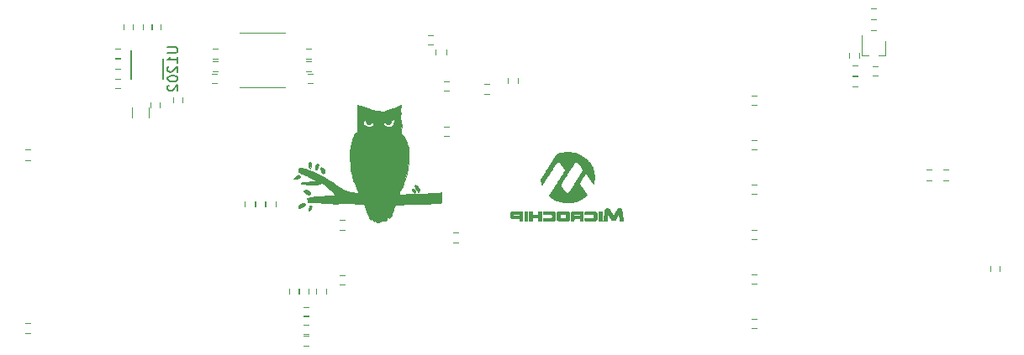
<source format=gbr>
G04 #@! TF.GenerationSoftware,KiCad,Pcbnew,(5.1.4)-1*
G04 #@! TF.CreationDate,2020-04-10T13:24:09-05:00*
G04 #@! TF.ProjectId,PIC32MZ_ETH_Demo,50494333-324d-45a5-9f45-54485f44656d,rev?*
G04 #@! TF.SameCoordinates,Original*
G04 #@! TF.FileFunction,Legend,Bot*
G04 #@! TF.FilePolarity,Positive*
%FSLAX46Y46*%
G04 Gerber Fmt 4.6, Leading zero omitted, Abs format (unit mm)*
G04 Created by KiCad (PCBNEW (5.1.4)-1) date 2020-04-10 13:24:09*
%MOMM*%
%LPD*%
G04 APERTURE LIST*
%ADD10C,0.010000*%
%ADD11C,0.120000*%
%ADD12C,0.150000*%
G04 APERTURE END LIST*
D10*
G36*
X149637084Y-68293136D02*
G01*
X149563469Y-68293187D01*
X149500091Y-68293331D01*
X149446094Y-68293618D01*
X149400620Y-68294095D01*
X149362811Y-68294812D01*
X149331810Y-68295816D01*
X149306759Y-68297157D01*
X149286801Y-68298884D01*
X149271077Y-68301044D01*
X149258731Y-68303687D01*
X149248905Y-68306861D01*
X149240742Y-68310614D01*
X149233383Y-68314997D01*
X149225972Y-68320056D01*
X149224118Y-68321357D01*
X149209346Y-68333808D01*
X149198544Y-68348694D01*
X149191156Y-68367972D01*
X149186628Y-68393600D01*
X149184404Y-68427537D01*
X149183912Y-68463221D01*
X149183912Y-68547130D01*
X149594794Y-68547228D01*
X150005676Y-68547327D01*
X150029582Y-68560806D01*
X150050891Y-68577590D01*
X150071586Y-68601966D01*
X150088630Y-68629821D01*
X150098117Y-68653647D01*
X150100109Y-68666732D01*
X150101832Y-68689341D01*
X150103172Y-68719046D01*
X150104015Y-68753419D01*
X150104255Y-68783610D01*
X150103751Y-68833371D01*
X150102004Y-68872834D01*
X150098713Y-68903614D01*
X150093575Y-68927328D01*
X150086290Y-68945593D01*
X150076556Y-68960026D01*
X150070064Y-68966901D01*
X150063349Y-68973368D01*
X150057075Y-68978970D01*
X150050381Y-68983770D01*
X150042404Y-68987830D01*
X150032284Y-68991212D01*
X150019157Y-68993978D01*
X150002163Y-68996189D01*
X149980439Y-68997907D01*
X149953123Y-68999195D01*
X149919353Y-69000114D01*
X149878267Y-69000726D01*
X149829004Y-69001093D01*
X149770702Y-69001277D01*
X149702498Y-69001339D01*
X149623531Y-69001343D01*
X149590504Y-69001342D01*
X149171959Y-69001342D01*
X149171959Y-69064895D01*
X149172886Y-69104676D01*
X149176157Y-69135326D01*
X149182509Y-69159560D01*
X149192674Y-69180091D01*
X149207390Y-69199633D01*
X149208937Y-69201407D01*
X149240075Y-69228946D01*
X149276591Y-69246341D01*
X149318382Y-69254127D01*
X149330346Y-69254488D01*
X149353187Y-69254622D01*
X149385832Y-69254540D01*
X149427209Y-69254254D01*
X149476245Y-69253774D01*
X149531865Y-69253112D01*
X149592998Y-69252279D01*
X149658570Y-69251287D01*
X149727508Y-69250146D01*
X149769606Y-69249402D01*
X149850267Y-69247934D01*
X149919883Y-69246628D01*
X149979362Y-69245443D01*
X150029610Y-69244337D01*
X150071535Y-69243270D01*
X150106042Y-69242200D01*
X150134039Y-69241086D01*
X150156432Y-69239887D01*
X150174129Y-69238561D01*
X150188036Y-69237068D01*
X150199060Y-69235367D01*
X150208108Y-69233415D01*
X150216086Y-69231172D01*
X150223322Y-69228796D01*
X150248010Y-69218978D01*
X150272276Y-69207106D01*
X150286794Y-69198412D01*
X150314602Y-69175647D01*
X150342260Y-69146814D01*
X150366095Y-69116084D01*
X150380223Y-69092367D01*
X150394147Y-69064095D01*
X150394147Y-68484377D01*
X150379667Y-68454955D01*
X150355080Y-68416988D01*
X150320495Y-68381080D01*
X150277854Y-68348778D01*
X150229101Y-68321629D01*
X150193935Y-68307075D01*
X150155088Y-68293130D01*
X149721794Y-68293130D01*
X149637084Y-68293136D01*
X149637084Y-68293136D01*
G37*
X149637084Y-68293136D02*
X149563469Y-68293187D01*
X149500091Y-68293331D01*
X149446094Y-68293618D01*
X149400620Y-68294095D01*
X149362811Y-68294812D01*
X149331810Y-68295816D01*
X149306759Y-68297157D01*
X149286801Y-68298884D01*
X149271077Y-68301044D01*
X149258731Y-68303687D01*
X149248905Y-68306861D01*
X149240742Y-68310614D01*
X149233383Y-68314997D01*
X149225972Y-68320056D01*
X149224118Y-68321357D01*
X149209346Y-68333808D01*
X149198544Y-68348694D01*
X149191156Y-68367972D01*
X149186628Y-68393600D01*
X149184404Y-68427537D01*
X149183912Y-68463221D01*
X149183912Y-68547130D01*
X149594794Y-68547228D01*
X150005676Y-68547327D01*
X150029582Y-68560806D01*
X150050891Y-68577590D01*
X150071586Y-68601966D01*
X150088630Y-68629821D01*
X150098117Y-68653647D01*
X150100109Y-68666732D01*
X150101832Y-68689341D01*
X150103172Y-68719046D01*
X150104015Y-68753419D01*
X150104255Y-68783610D01*
X150103751Y-68833371D01*
X150102004Y-68872834D01*
X150098713Y-68903614D01*
X150093575Y-68927328D01*
X150086290Y-68945593D01*
X150076556Y-68960026D01*
X150070064Y-68966901D01*
X150063349Y-68973368D01*
X150057075Y-68978970D01*
X150050381Y-68983770D01*
X150042404Y-68987830D01*
X150032284Y-68991212D01*
X150019157Y-68993978D01*
X150002163Y-68996189D01*
X149980439Y-68997907D01*
X149953123Y-68999195D01*
X149919353Y-69000114D01*
X149878267Y-69000726D01*
X149829004Y-69001093D01*
X149770702Y-69001277D01*
X149702498Y-69001339D01*
X149623531Y-69001343D01*
X149590504Y-69001342D01*
X149171959Y-69001342D01*
X149171959Y-69064895D01*
X149172886Y-69104676D01*
X149176157Y-69135326D01*
X149182509Y-69159560D01*
X149192674Y-69180091D01*
X149207390Y-69199633D01*
X149208937Y-69201407D01*
X149240075Y-69228946D01*
X149276591Y-69246341D01*
X149318382Y-69254127D01*
X149330346Y-69254488D01*
X149353187Y-69254622D01*
X149385832Y-69254540D01*
X149427209Y-69254254D01*
X149476245Y-69253774D01*
X149531865Y-69253112D01*
X149592998Y-69252279D01*
X149658570Y-69251287D01*
X149727508Y-69250146D01*
X149769606Y-69249402D01*
X149850267Y-69247934D01*
X149919883Y-69246628D01*
X149979362Y-69245443D01*
X150029610Y-69244337D01*
X150071535Y-69243270D01*
X150106042Y-69242200D01*
X150134039Y-69241086D01*
X150156432Y-69239887D01*
X150174129Y-69238561D01*
X150188036Y-69237068D01*
X150199060Y-69235367D01*
X150208108Y-69233415D01*
X150216086Y-69231172D01*
X150223322Y-69228796D01*
X150248010Y-69218978D01*
X150272276Y-69207106D01*
X150286794Y-69198412D01*
X150314602Y-69175647D01*
X150342260Y-69146814D01*
X150366095Y-69116084D01*
X150380223Y-69092367D01*
X150394147Y-69064095D01*
X150394147Y-68484377D01*
X150379667Y-68454955D01*
X150355080Y-68416988D01*
X150320495Y-68381080D01*
X150277854Y-68348778D01*
X150229101Y-68321629D01*
X150193935Y-68307075D01*
X150155088Y-68293130D01*
X149721794Y-68293130D01*
X149637084Y-68293136D01*
G36*
X153917933Y-68291204D02*
G01*
X153889598Y-68291321D01*
X153489094Y-68293130D01*
X153454210Y-68311059D01*
X153433717Y-68322751D01*
X153418439Y-68335115D01*
X153407568Y-68350123D01*
X153400295Y-68369745D01*
X153395811Y-68395952D01*
X153393307Y-68430716D01*
X153392281Y-68461965D01*
X153390226Y-68547130D01*
X153799786Y-68547130D01*
X153894354Y-68547224D01*
X153977013Y-68547506D01*
X154047804Y-68547977D01*
X154106769Y-68548638D01*
X154153951Y-68549489D01*
X154189391Y-68550531D01*
X154213131Y-68551764D01*
X154225213Y-68553190D01*
X154226170Y-68553473D01*
X154249703Y-68567380D01*
X154272707Y-68589809D01*
X154292145Y-68617594D01*
X154297456Y-68627812D01*
X154302268Y-68638577D01*
X154305847Y-68648984D01*
X154308377Y-68660974D01*
X154310040Y-68676491D01*
X154311018Y-68697475D01*
X154311495Y-68725869D01*
X154311652Y-68763614D01*
X154311665Y-68778910D01*
X154311442Y-68825621D01*
X154310515Y-68862145D01*
X154308574Y-68890245D01*
X154305310Y-68911680D01*
X154300412Y-68928211D01*
X154293572Y-68941599D01*
X154284478Y-68953604D01*
X154280062Y-68958499D01*
X154274716Y-68964296D01*
X154269696Y-68969319D01*
X154264155Y-68973624D01*
X154257243Y-68977266D01*
X154248113Y-68980300D01*
X154235917Y-68982781D01*
X154219806Y-68984765D01*
X154198932Y-68986308D01*
X154172447Y-68987464D01*
X154139502Y-68988289D01*
X154099250Y-68988839D01*
X154050843Y-68989169D01*
X153993432Y-68989334D01*
X153926168Y-68989389D01*
X153848205Y-68989391D01*
X153807008Y-68989389D01*
X153379394Y-68989389D01*
X153379525Y-69062600D01*
X153379926Y-69096002D01*
X153381223Y-69120318D01*
X153383768Y-69138404D01*
X153387912Y-69153116D01*
X153391849Y-69162706D01*
X153413147Y-69197744D01*
X153440727Y-69222629D01*
X153474721Y-69237460D01*
X153499064Y-69241646D01*
X153509303Y-69241989D01*
X153530492Y-69242229D01*
X153561629Y-69242369D01*
X153601712Y-69242411D01*
X153649738Y-69242356D01*
X153704706Y-69242206D01*
X153765612Y-69241964D01*
X153831455Y-69241632D01*
X153901232Y-69241210D01*
X153971382Y-69240721D01*
X154416946Y-69237412D01*
X154463335Y-69214482D01*
X154505593Y-69189057D01*
X154543338Y-69157585D01*
X154573836Y-69122610D01*
X154589559Y-69097105D01*
X154604570Y-69067480D01*
X154604570Y-68489712D01*
X154589301Y-68459071D01*
X154569800Y-68429093D01*
X154541548Y-68397917D01*
X154507196Y-68367932D01*
X154469397Y-68341529D01*
X154442122Y-68326368D01*
X154409829Y-68311839D01*
X154380981Y-68302581D01*
X154349438Y-68296728D01*
X154341254Y-68295679D01*
X154323863Y-68294388D01*
X154295122Y-68293294D01*
X154255631Y-68292404D01*
X154205989Y-68291722D01*
X154146798Y-68291256D01*
X154078658Y-68291010D01*
X154002170Y-68290991D01*
X153917933Y-68291204D01*
X153917933Y-68291204D01*
G37*
X153917933Y-68291204D02*
X153889598Y-68291321D01*
X153489094Y-68293130D01*
X153454210Y-68311059D01*
X153433717Y-68322751D01*
X153418439Y-68335115D01*
X153407568Y-68350123D01*
X153400295Y-68369745D01*
X153395811Y-68395952D01*
X153393307Y-68430716D01*
X153392281Y-68461965D01*
X153390226Y-68547130D01*
X153799786Y-68547130D01*
X153894354Y-68547224D01*
X153977013Y-68547506D01*
X154047804Y-68547977D01*
X154106769Y-68548638D01*
X154153951Y-68549489D01*
X154189391Y-68550531D01*
X154213131Y-68551764D01*
X154225213Y-68553190D01*
X154226170Y-68553473D01*
X154249703Y-68567380D01*
X154272707Y-68589809D01*
X154292145Y-68617594D01*
X154297456Y-68627812D01*
X154302268Y-68638577D01*
X154305847Y-68648984D01*
X154308377Y-68660974D01*
X154310040Y-68676491D01*
X154311018Y-68697475D01*
X154311495Y-68725869D01*
X154311652Y-68763614D01*
X154311665Y-68778910D01*
X154311442Y-68825621D01*
X154310515Y-68862145D01*
X154308574Y-68890245D01*
X154305310Y-68911680D01*
X154300412Y-68928211D01*
X154293572Y-68941599D01*
X154284478Y-68953604D01*
X154280062Y-68958499D01*
X154274716Y-68964296D01*
X154269696Y-68969319D01*
X154264155Y-68973624D01*
X154257243Y-68977266D01*
X154248113Y-68980300D01*
X154235917Y-68982781D01*
X154219806Y-68984765D01*
X154198932Y-68986308D01*
X154172447Y-68987464D01*
X154139502Y-68988289D01*
X154099250Y-68988839D01*
X154050843Y-68989169D01*
X153993432Y-68989334D01*
X153926168Y-68989389D01*
X153848205Y-68989391D01*
X153807008Y-68989389D01*
X153379394Y-68989389D01*
X153379525Y-69062600D01*
X153379926Y-69096002D01*
X153381223Y-69120318D01*
X153383768Y-69138404D01*
X153387912Y-69153116D01*
X153391849Y-69162706D01*
X153413147Y-69197744D01*
X153440727Y-69222629D01*
X153474721Y-69237460D01*
X153499064Y-69241646D01*
X153509303Y-69241989D01*
X153530492Y-69242229D01*
X153561629Y-69242369D01*
X153601712Y-69242411D01*
X153649738Y-69242356D01*
X153704706Y-69242206D01*
X153765612Y-69241964D01*
X153831455Y-69241632D01*
X153901232Y-69241210D01*
X153971382Y-69240721D01*
X154416946Y-69237412D01*
X154463335Y-69214482D01*
X154505593Y-69189057D01*
X154543338Y-69157585D01*
X154573836Y-69122610D01*
X154589559Y-69097105D01*
X154604570Y-69067480D01*
X154604570Y-68489712D01*
X154589301Y-68459071D01*
X154569800Y-68429093D01*
X154541548Y-68397917D01*
X154507196Y-68367932D01*
X154469397Y-68341529D01*
X154442122Y-68326368D01*
X154409829Y-68311839D01*
X154380981Y-68302581D01*
X154349438Y-68296728D01*
X154341254Y-68295679D01*
X154323863Y-68294388D01*
X154295122Y-68293294D01*
X154255631Y-68292404D01*
X154205989Y-68291722D01*
X154146798Y-68291256D01*
X154078658Y-68291010D01*
X154002170Y-68290991D01*
X153917933Y-68291204D01*
G36*
X156860531Y-67981525D02*
G01*
X156839036Y-67985950D01*
X156822164Y-67991167D01*
X156779403Y-68009606D01*
X156739617Y-68034200D01*
X156706781Y-68062389D01*
X156699935Y-68069918D01*
X156693299Y-68079036D01*
X156680962Y-68097388D01*
X156663518Y-68124045D01*
X156641560Y-68158078D01*
X156615681Y-68198559D01*
X156586474Y-68244559D01*
X156554532Y-68295150D01*
X156520447Y-68349402D01*
X156484814Y-68406387D01*
X156475031Y-68422078D01*
X156439588Y-68478900D01*
X156405959Y-68532690D01*
X156374684Y-68582593D01*
X156346301Y-68627757D01*
X156321348Y-68667327D01*
X156300366Y-68700450D01*
X156283892Y-68726271D01*
X156272465Y-68743936D01*
X156266624Y-68752593D01*
X156266006Y-68753332D01*
X156262345Y-68748770D01*
X156253234Y-68734712D01*
X156239189Y-68712024D01*
X156220727Y-68681567D01*
X156198362Y-68644204D01*
X156172612Y-68600800D01*
X156143992Y-68552217D01*
X156113018Y-68499317D01*
X156080206Y-68442965D01*
X156072062Y-68428930D01*
X156038308Y-68370954D01*
X156005787Y-68315529D01*
X155975077Y-68263615D01*
X155946756Y-68216169D01*
X155921403Y-68174148D01*
X155899597Y-68138512D01*
X155881916Y-68110217D01*
X155868939Y-68090223D01*
X155861244Y-68079486D01*
X155860555Y-68078706D01*
X155820676Y-68043922D01*
X155775516Y-68017510D01*
X155727024Y-67999910D01*
X155677152Y-67991561D01*
X155627849Y-67992904D01*
X155581067Y-68004379D01*
X155563794Y-68011760D01*
X155542160Y-68024824D01*
X155517270Y-68043762D01*
X155491936Y-68065987D01*
X155468968Y-68088915D01*
X155451176Y-68109960D01*
X155442927Y-68122939D01*
X155440950Y-68130912D01*
X155437296Y-68149840D01*
X155432107Y-68178863D01*
X155425524Y-68217121D01*
X155417691Y-68263755D01*
X155408748Y-68317906D01*
X155398838Y-68378715D01*
X155388103Y-68445321D01*
X155376683Y-68516866D01*
X155364722Y-68592490D01*
X155352361Y-68671333D01*
X155351691Y-68675624D01*
X155339364Y-68754569D01*
X155327518Y-68830316D01*
X155316286Y-68902007D01*
X155305805Y-68968788D01*
X155296210Y-69029801D01*
X155287635Y-69084191D01*
X155280215Y-69131101D01*
X155274086Y-69169675D01*
X155269382Y-69199056D01*
X155266239Y-69218389D01*
X155264791Y-69226817D01*
X155264762Y-69226953D01*
X155261755Y-69240400D01*
X155620343Y-69240400D01*
X155623396Y-69226953D01*
X155624677Y-69218724D01*
X155627299Y-69199712D01*
X155631124Y-69170998D01*
X155636011Y-69133659D01*
X155641820Y-69088775D01*
X155648413Y-69037425D01*
X155655650Y-68980687D01*
X155663390Y-68919641D01*
X155671082Y-68858645D01*
X155679132Y-68794902D01*
X155686793Y-68734756D01*
X155693929Y-68679242D01*
X155700402Y-68629396D01*
X155706077Y-68586253D01*
X155710818Y-68550849D01*
X155714488Y-68524219D01*
X155716952Y-68507400D01*
X155718065Y-68501432D01*
X155721386Y-68506028D01*
X155730117Y-68520093D01*
X155743728Y-68542723D01*
X155761687Y-68573015D01*
X155783463Y-68610065D01*
X155808524Y-68652971D01*
X155836341Y-68700829D01*
X155866381Y-68752735D01*
X155893117Y-68799105D01*
X155931064Y-68864733D01*
X155965934Y-68924446D01*
X155997337Y-68977600D01*
X156024883Y-69023550D01*
X156048182Y-69061650D01*
X156066843Y-69091258D01*
X156080478Y-69111728D01*
X156088695Y-69122415D01*
X156088819Y-69122543D01*
X156106710Y-69137545D01*
X156130226Y-69153129D01*
X156150903Y-69164246D01*
X156172322Y-69173414D01*
X156191991Y-69179325D01*
X156214236Y-69182907D01*
X156243383Y-69185093D01*
X156249200Y-69185385D01*
X156302068Y-69184927D01*
X156347688Y-69177548D01*
X156389018Y-69162548D01*
X156420794Y-69144711D01*
X156440169Y-69131228D01*
X156456228Y-69117246D01*
X156470895Y-69100434D01*
X156486098Y-69078465D01*
X156503762Y-69049007D01*
X156512171Y-69034212D01*
X156546074Y-68974074D01*
X156580218Y-68913703D01*
X156614089Y-68853990D01*
X156647177Y-68795826D01*
X156678971Y-68740100D01*
X156708958Y-68687703D01*
X156736629Y-68639524D01*
X156761472Y-68596455D01*
X156782974Y-68559386D01*
X156800626Y-68529207D01*
X156813916Y-68506808D01*
X156822332Y-68493080D01*
X156825350Y-68488882D01*
X156826389Y-68494956D01*
X156828714Y-68511669D01*
X156832172Y-68537789D01*
X156836610Y-68572090D01*
X156841877Y-68613341D01*
X156847820Y-68660313D01*
X156854288Y-68711779D01*
X156861129Y-68766509D01*
X156868189Y-68823274D01*
X156875317Y-68880846D01*
X156882362Y-68937995D01*
X156889170Y-68993492D01*
X156895590Y-69046109D01*
X156901470Y-69094617D01*
X156906657Y-69137787D01*
X156910999Y-69174390D01*
X156914345Y-69203197D01*
X156916542Y-69222980D01*
X156917438Y-69232509D01*
X156917451Y-69232930D01*
X156920032Y-69235188D01*
X156928453Y-69236975D01*
X156943743Y-69238336D01*
X156966928Y-69239314D01*
X156999039Y-69239955D01*
X157041103Y-69240302D01*
X157090782Y-69240400D01*
X157143160Y-69240290D01*
X157184615Y-69239927D01*
X157216176Y-69239269D01*
X157238871Y-69238271D01*
X157253730Y-69236888D01*
X157261780Y-69235076D01*
X157264059Y-69232930D01*
X157263218Y-69226056D01*
X157260784Y-69208185D01*
X157256878Y-69180150D01*
X157251617Y-69142784D01*
X157245119Y-69096919D01*
X157237504Y-69043388D01*
X157228890Y-68983025D01*
X157219395Y-68916661D01*
X157209138Y-68845131D01*
X157198237Y-68769266D01*
X157186812Y-68689900D01*
X157184121Y-68671229D01*
X157170147Y-68574274D01*
X157157748Y-68488417D01*
X157146768Y-68412930D01*
X157137053Y-68347084D01*
X157128448Y-68290149D01*
X157120798Y-68241396D01*
X157113948Y-68200097D01*
X157107744Y-68165523D01*
X157102031Y-68136945D01*
X157096655Y-68113633D01*
X157091459Y-68094860D01*
X157086291Y-68079895D01*
X157080994Y-68068010D01*
X157075415Y-68058477D01*
X157069398Y-68050565D01*
X157062789Y-68043547D01*
X157055433Y-68036693D01*
X157048006Y-68030026D01*
X157019100Y-68007781D01*
X156988483Y-67992915D01*
X156952820Y-67984194D01*
X156914476Y-67980617D01*
X156884042Y-67979935D01*
X156860531Y-67981525D01*
X156860531Y-67981525D01*
G37*
X156860531Y-67981525D02*
X156839036Y-67985950D01*
X156822164Y-67991167D01*
X156779403Y-68009606D01*
X156739617Y-68034200D01*
X156706781Y-68062389D01*
X156699935Y-68069918D01*
X156693299Y-68079036D01*
X156680962Y-68097388D01*
X156663518Y-68124045D01*
X156641560Y-68158078D01*
X156615681Y-68198559D01*
X156586474Y-68244559D01*
X156554532Y-68295150D01*
X156520447Y-68349402D01*
X156484814Y-68406387D01*
X156475031Y-68422078D01*
X156439588Y-68478900D01*
X156405959Y-68532690D01*
X156374684Y-68582593D01*
X156346301Y-68627757D01*
X156321348Y-68667327D01*
X156300366Y-68700450D01*
X156283892Y-68726271D01*
X156272465Y-68743936D01*
X156266624Y-68752593D01*
X156266006Y-68753332D01*
X156262345Y-68748770D01*
X156253234Y-68734712D01*
X156239189Y-68712024D01*
X156220727Y-68681567D01*
X156198362Y-68644204D01*
X156172612Y-68600800D01*
X156143992Y-68552217D01*
X156113018Y-68499317D01*
X156080206Y-68442965D01*
X156072062Y-68428930D01*
X156038308Y-68370954D01*
X156005787Y-68315529D01*
X155975077Y-68263615D01*
X155946756Y-68216169D01*
X155921403Y-68174148D01*
X155899597Y-68138512D01*
X155881916Y-68110217D01*
X155868939Y-68090223D01*
X155861244Y-68079486D01*
X155860555Y-68078706D01*
X155820676Y-68043922D01*
X155775516Y-68017510D01*
X155727024Y-67999910D01*
X155677152Y-67991561D01*
X155627849Y-67992904D01*
X155581067Y-68004379D01*
X155563794Y-68011760D01*
X155542160Y-68024824D01*
X155517270Y-68043762D01*
X155491936Y-68065987D01*
X155468968Y-68088915D01*
X155451176Y-68109960D01*
X155442927Y-68122939D01*
X155440950Y-68130912D01*
X155437296Y-68149840D01*
X155432107Y-68178863D01*
X155425524Y-68217121D01*
X155417691Y-68263755D01*
X155408748Y-68317906D01*
X155398838Y-68378715D01*
X155388103Y-68445321D01*
X155376683Y-68516866D01*
X155364722Y-68592490D01*
X155352361Y-68671333D01*
X155351691Y-68675624D01*
X155339364Y-68754569D01*
X155327518Y-68830316D01*
X155316286Y-68902007D01*
X155305805Y-68968788D01*
X155296210Y-69029801D01*
X155287635Y-69084191D01*
X155280215Y-69131101D01*
X155274086Y-69169675D01*
X155269382Y-69199056D01*
X155266239Y-69218389D01*
X155264791Y-69226817D01*
X155264762Y-69226953D01*
X155261755Y-69240400D01*
X155620343Y-69240400D01*
X155623396Y-69226953D01*
X155624677Y-69218724D01*
X155627299Y-69199712D01*
X155631124Y-69170998D01*
X155636011Y-69133659D01*
X155641820Y-69088775D01*
X155648413Y-69037425D01*
X155655650Y-68980687D01*
X155663390Y-68919641D01*
X155671082Y-68858645D01*
X155679132Y-68794902D01*
X155686793Y-68734756D01*
X155693929Y-68679242D01*
X155700402Y-68629396D01*
X155706077Y-68586253D01*
X155710818Y-68550849D01*
X155714488Y-68524219D01*
X155716952Y-68507400D01*
X155718065Y-68501432D01*
X155721386Y-68506028D01*
X155730117Y-68520093D01*
X155743728Y-68542723D01*
X155761687Y-68573015D01*
X155783463Y-68610065D01*
X155808524Y-68652971D01*
X155836341Y-68700829D01*
X155866381Y-68752735D01*
X155893117Y-68799105D01*
X155931064Y-68864733D01*
X155965934Y-68924446D01*
X155997337Y-68977600D01*
X156024883Y-69023550D01*
X156048182Y-69061650D01*
X156066843Y-69091258D01*
X156080478Y-69111728D01*
X156088695Y-69122415D01*
X156088819Y-69122543D01*
X156106710Y-69137545D01*
X156130226Y-69153129D01*
X156150903Y-69164246D01*
X156172322Y-69173414D01*
X156191991Y-69179325D01*
X156214236Y-69182907D01*
X156243383Y-69185093D01*
X156249200Y-69185385D01*
X156302068Y-69184927D01*
X156347688Y-69177548D01*
X156389018Y-69162548D01*
X156420794Y-69144711D01*
X156440169Y-69131228D01*
X156456228Y-69117246D01*
X156470895Y-69100434D01*
X156486098Y-69078465D01*
X156503762Y-69049007D01*
X156512171Y-69034212D01*
X156546074Y-68974074D01*
X156580218Y-68913703D01*
X156614089Y-68853990D01*
X156647177Y-68795826D01*
X156678971Y-68740100D01*
X156708958Y-68687703D01*
X156736629Y-68639524D01*
X156761472Y-68596455D01*
X156782974Y-68559386D01*
X156800626Y-68529207D01*
X156813916Y-68506808D01*
X156822332Y-68493080D01*
X156825350Y-68488882D01*
X156826389Y-68494956D01*
X156828714Y-68511669D01*
X156832172Y-68537789D01*
X156836610Y-68572090D01*
X156841877Y-68613341D01*
X156847820Y-68660313D01*
X156854288Y-68711779D01*
X156861129Y-68766509D01*
X156868189Y-68823274D01*
X156875317Y-68880846D01*
X156882362Y-68937995D01*
X156889170Y-68993492D01*
X156895590Y-69046109D01*
X156901470Y-69094617D01*
X156906657Y-69137787D01*
X156910999Y-69174390D01*
X156914345Y-69203197D01*
X156916542Y-69222980D01*
X156917438Y-69232509D01*
X156917451Y-69232930D01*
X156920032Y-69235188D01*
X156928453Y-69236975D01*
X156943743Y-69238336D01*
X156966928Y-69239314D01*
X156999039Y-69239955D01*
X157041103Y-69240302D01*
X157090782Y-69240400D01*
X157143160Y-69240290D01*
X157184615Y-69239927D01*
X157216176Y-69239269D01*
X157238871Y-69238271D01*
X157253730Y-69236888D01*
X157261780Y-69235076D01*
X157264059Y-69232930D01*
X157263218Y-69226056D01*
X157260784Y-69208185D01*
X157256878Y-69180150D01*
X157251617Y-69142784D01*
X157245119Y-69096919D01*
X157237504Y-69043388D01*
X157228890Y-68983025D01*
X157219395Y-68916661D01*
X157209138Y-68845131D01*
X157198237Y-68769266D01*
X157186812Y-68689900D01*
X157184121Y-68671229D01*
X157170147Y-68574274D01*
X157157748Y-68488417D01*
X157146768Y-68412930D01*
X157137053Y-68347084D01*
X157128448Y-68290149D01*
X157120798Y-68241396D01*
X157113948Y-68200097D01*
X157107744Y-68165523D01*
X157102031Y-68136945D01*
X157096655Y-68113633D01*
X157091459Y-68094860D01*
X157086291Y-68079895D01*
X157080994Y-68068010D01*
X157075415Y-68058477D01*
X157069398Y-68050565D01*
X157062789Y-68043547D01*
X157055433Y-68036693D01*
X157048006Y-68030026D01*
X157019100Y-68007781D01*
X156988483Y-67992915D01*
X156952820Y-67984194D01*
X156914476Y-67980617D01*
X156884042Y-67979935D01*
X156860531Y-67981525D01*
G36*
X154795818Y-69240400D02*
G01*
X155100618Y-69240400D01*
X155100618Y-68308071D01*
X154795818Y-68308071D01*
X154795818Y-69240400D01*
X154795818Y-69240400D01*
G37*
X154795818Y-69240400D02*
X155100618Y-69240400D01*
X155100618Y-68308071D01*
X154795818Y-68308071D01*
X154795818Y-69240400D01*
G36*
X152696582Y-68291508D02*
G01*
X152175135Y-68293130D01*
X152142265Y-68308652D01*
X152097356Y-68336287D01*
X152058925Y-68373043D01*
X152028971Y-68416960D01*
X152025971Y-68422758D01*
X152004806Y-68465065D01*
X152004806Y-68602018D01*
X152004924Y-68647561D01*
X152005346Y-68682760D01*
X152006174Y-68709219D01*
X152007509Y-68728545D01*
X152009451Y-68742345D01*
X152012103Y-68752223D01*
X152014656Y-68758097D01*
X152035058Y-68790716D01*
X152060917Y-68818006D01*
X152092159Y-68841334D01*
X152129977Y-68866198D01*
X152099134Y-68883065D01*
X152074890Y-68897194D01*
X152058277Y-68909873D01*
X152045959Y-68924398D01*
X152034596Y-68944067D01*
X152031833Y-68949533D01*
X152026891Y-68959843D01*
X152023167Y-68969486D01*
X152020489Y-68980297D01*
X152018684Y-68994111D01*
X152017582Y-69012762D01*
X152017008Y-69038086D01*
X152016791Y-69071916D01*
X152016759Y-69110092D01*
X152016759Y-69240400D01*
X152297653Y-69240400D01*
X152297751Y-69158224D01*
X152298576Y-69116192D01*
X152301415Y-69084116D01*
X152306988Y-69060069D01*
X152316012Y-69042124D01*
X152329206Y-69028354D01*
X152347288Y-69016833D01*
X152351238Y-69014789D01*
X152357713Y-69011626D01*
X152364221Y-69009003D01*
X152371884Y-69006869D01*
X152381825Y-69005173D01*
X152395165Y-69003865D01*
X152413028Y-69002895D01*
X152436535Y-69002212D01*
X152466808Y-69001766D01*
X152504970Y-69001506D01*
X152552143Y-69001383D01*
X152609449Y-69001344D01*
X152650658Y-69001342D01*
X152923436Y-69001342D01*
X152927427Y-69077542D01*
X152929329Y-69111597D01*
X152931457Y-69146089D01*
X152933534Y-69176721D01*
X152935101Y-69197071D01*
X152938784Y-69240400D01*
X153218029Y-69240400D01*
X153218029Y-68762283D01*
X152938784Y-68762283D01*
X152646607Y-68762250D01*
X152579668Y-68762119D01*
X152518827Y-68761754D01*
X152464978Y-68761172D01*
X152419019Y-68760391D01*
X152381846Y-68759426D01*
X152354355Y-68758296D01*
X152337444Y-68757017D01*
X152333068Y-68756282D01*
X152309512Y-68745938D01*
X152293836Y-68729202D01*
X152284687Y-68704224D01*
X152281962Y-68686436D01*
X152280553Y-68659281D01*
X152281168Y-68630281D01*
X152282393Y-68616338D01*
X152286740Y-68593384D01*
X152294695Y-68576268D01*
X152309093Y-68558901D01*
X152309139Y-68558852D01*
X152331661Y-68535177D01*
X152923428Y-68535177D01*
X152927404Y-68605400D01*
X152929400Y-68638646D01*
X152931634Y-68672653D01*
X152933788Y-68702722D01*
X152935081Y-68718953D01*
X152938784Y-68762283D01*
X153218029Y-68762283D01*
X153218029Y-68289887D01*
X152696582Y-68291508D01*
X152696582Y-68291508D01*
G37*
X152696582Y-68291508D02*
X152175135Y-68293130D01*
X152142265Y-68308652D01*
X152097356Y-68336287D01*
X152058925Y-68373043D01*
X152028971Y-68416960D01*
X152025971Y-68422758D01*
X152004806Y-68465065D01*
X152004806Y-68602018D01*
X152004924Y-68647561D01*
X152005346Y-68682760D01*
X152006174Y-68709219D01*
X152007509Y-68728545D01*
X152009451Y-68742345D01*
X152012103Y-68752223D01*
X152014656Y-68758097D01*
X152035058Y-68790716D01*
X152060917Y-68818006D01*
X152092159Y-68841334D01*
X152129977Y-68866198D01*
X152099134Y-68883065D01*
X152074890Y-68897194D01*
X152058277Y-68909873D01*
X152045959Y-68924398D01*
X152034596Y-68944067D01*
X152031833Y-68949533D01*
X152026891Y-68959843D01*
X152023167Y-68969486D01*
X152020489Y-68980297D01*
X152018684Y-68994111D01*
X152017582Y-69012762D01*
X152017008Y-69038086D01*
X152016791Y-69071916D01*
X152016759Y-69110092D01*
X152016759Y-69240400D01*
X152297653Y-69240400D01*
X152297751Y-69158224D01*
X152298576Y-69116192D01*
X152301415Y-69084116D01*
X152306988Y-69060069D01*
X152316012Y-69042124D01*
X152329206Y-69028354D01*
X152347288Y-69016833D01*
X152351238Y-69014789D01*
X152357713Y-69011626D01*
X152364221Y-69009003D01*
X152371884Y-69006869D01*
X152381825Y-69005173D01*
X152395165Y-69003865D01*
X152413028Y-69002895D01*
X152436535Y-69002212D01*
X152466808Y-69001766D01*
X152504970Y-69001506D01*
X152552143Y-69001383D01*
X152609449Y-69001344D01*
X152650658Y-69001342D01*
X152923436Y-69001342D01*
X152927427Y-69077542D01*
X152929329Y-69111597D01*
X152931457Y-69146089D01*
X152933534Y-69176721D01*
X152935101Y-69197071D01*
X152938784Y-69240400D01*
X153218029Y-69240400D01*
X153218029Y-68762283D01*
X152938784Y-68762283D01*
X152646607Y-68762250D01*
X152579668Y-68762119D01*
X152518827Y-68761754D01*
X152464978Y-68761172D01*
X152419019Y-68760391D01*
X152381846Y-68759426D01*
X152354355Y-68758296D01*
X152337444Y-68757017D01*
X152333068Y-68756282D01*
X152309512Y-68745938D01*
X152293836Y-68729202D01*
X152284687Y-68704224D01*
X152281962Y-68686436D01*
X152280553Y-68659281D01*
X152281168Y-68630281D01*
X152282393Y-68616338D01*
X152286740Y-68593384D01*
X152294695Y-68576268D01*
X152309093Y-68558901D01*
X152309139Y-68558852D01*
X152331661Y-68535177D01*
X152923428Y-68535177D01*
X152927404Y-68605400D01*
X152929400Y-68638646D01*
X152931634Y-68672653D01*
X152933788Y-68702722D01*
X152935081Y-68718953D01*
X152938784Y-68762283D01*
X153218029Y-68762283D01*
X153218029Y-68289887D01*
X152696582Y-68291508D01*
G36*
X151128206Y-68278425D02*
G01*
X151057823Y-68278703D01*
X150993685Y-68279160D01*
X150936668Y-68279782D01*
X150887648Y-68280556D01*
X150847502Y-68281471D01*
X150817105Y-68282513D01*
X150797333Y-68283670D01*
X150791582Y-68284307D01*
X150739155Y-68298137D01*
X150688676Y-68322183D01*
X150642430Y-68354782D01*
X150602698Y-68394273D01*
X150571766Y-68438994D01*
X150567258Y-68447572D01*
X150546547Y-68488971D01*
X150546605Y-68773545D01*
X150546664Y-69058118D01*
X150560966Y-69088835D01*
X150585935Y-69129324D01*
X150620488Y-69166081D01*
X150662409Y-69197279D01*
X150709483Y-69221093D01*
X150730522Y-69228536D01*
X150738229Y-69230793D01*
X150746283Y-69232744D01*
X150755569Y-69234409D01*
X150766970Y-69235811D01*
X150781370Y-69236971D01*
X150799652Y-69237911D01*
X150822702Y-69238652D01*
X150851404Y-69239216D01*
X150886640Y-69239624D01*
X150929295Y-69239898D01*
X150980253Y-69240060D01*
X151040398Y-69240131D01*
X151110614Y-69240133D01*
X151191785Y-69240087D01*
X151203094Y-69240079D01*
X151286018Y-69240002D01*
X151357863Y-69239889D01*
X151419503Y-69239718D01*
X151471812Y-69239468D01*
X151515663Y-69239118D01*
X151551931Y-69238648D01*
X151581489Y-69238036D01*
X151605212Y-69237262D01*
X151623973Y-69236303D01*
X151638646Y-69235139D01*
X151650105Y-69233750D01*
X151659224Y-69232113D01*
X151666877Y-69230208D01*
X151671546Y-69228795D01*
X151721867Y-69207077D01*
X151764254Y-69176506D01*
X151799043Y-69136784D01*
X151823855Y-69093559D01*
X151840453Y-69058118D01*
X151840453Y-68703622D01*
X151519999Y-68703622D01*
X151519996Y-68749081D01*
X151519593Y-68790553D01*
X151517723Y-68946613D01*
X151503112Y-68962155D01*
X151487487Y-68974654D01*
X151470339Y-68982975D01*
X151470241Y-68983004D01*
X151458969Y-68984514D01*
X151437391Y-68985785D01*
X151407038Y-68986823D01*
X151369441Y-68987630D01*
X151326133Y-68988211D01*
X151278645Y-68988570D01*
X151228507Y-68988710D01*
X151177253Y-68988636D01*
X151126413Y-68988351D01*
X151077520Y-68987860D01*
X151032104Y-68987165D01*
X150991697Y-68986272D01*
X150957831Y-68985184D01*
X150932037Y-68983904D01*
X150915848Y-68982437D01*
X150911671Y-68981581D01*
X150893714Y-68971655D01*
X150878912Y-68957718D01*
X150878801Y-68957569D01*
X150875105Y-68952091D01*
X150872219Y-68945842D01*
X150870041Y-68937369D01*
X150868473Y-68925222D01*
X150867415Y-68907949D01*
X150866767Y-68884099D01*
X150866430Y-68852220D01*
X150866304Y-68810860D01*
X150866288Y-68775286D01*
X150866355Y-68722935D01*
X150866742Y-68681085D01*
X150867732Y-68648287D01*
X150869608Y-68623088D01*
X150872651Y-68604039D01*
X150877143Y-68589688D01*
X150883367Y-68578584D01*
X150891604Y-68569276D01*
X150902137Y-68560314D01*
X150909139Y-68554909D01*
X150931084Y-68538165D01*
X151173604Y-68536453D01*
X151237600Y-68536042D01*
X151290830Y-68535879D01*
X151334480Y-68536085D01*
X151369736Y-68536786D01*
X151397785Y-68538102D01*
X151419812Y-68540160D01*
X151437005Y-68543080D01*
X151450548Y-68546988D01*
X151461629Y-68552006D01*
X151471433Y-68558258D01*
X151481146Y-68565867D01*
X151484659Y-68568802D01*
X151495082Y-68578470D01*
X151503335Y-68588941D01*
X151509647Y-68601651D01*
X151514243Y-68618037D01*
X151517349Y-68639537D01*
X151519193Y-68667586D01*
X151519999Y-68703622D01*
X151840453Y-68703622D01*
X151840453Y-68472424D01*
X151823281Y-68437453D01*
X151797914Y-68397772D01*
X151763070Y-68361016D01*
X151721217Y-68329598D01*
X151701336Y-68318149D01*
X151686569Y-68310497D01*
X151672845Y-68303895D01*
X151659192Y-68298267D01*
X151644639Y-68293534D01*
X151628213Y-68289619D01*
X151608944Y-68286444D01*
X151585859Y-68283931D01*
X151557988Y-68282002D01*
X151524357Y-68280580D01*
X151483997Y-68279586D01*
X151435935Y-68278943D01*
X151379200Y-68278574D01*
X151312820Y-68278400D01*
X151235824Y-68278344D01*
X151203959Y-68278338D01*
X151128206Y-68278425D01*
X151128206Y-68278425D01*
G37*
X151128206Y-68278425D02*
X151057823Y-68278703D01*
X150993685Y-68279160D01*
X150936668Y-68279782D01*
X150887648Y-68280556D01*
X150847502Y-68281471D01*
X150817105Y-68282513D01*
X150797333Y-68283670D01*
X150791582Y-68284307D01*
X150739155Y-68298137D01*
X150688676Y-68322183D01*
X150642430Y-68354782D01*
X150602698Y-68394273D01*
X150571766Y-68438994D01*
X150567258Y-68447572D01*
X150546547Y-68488971D01*
X150546605Y-68773545D01*
X150546664Y-69058118D01*
X150560966Y-69088835D01*
X150585935Y-69129324D01*
X150620488Y-69166081D01*
X150662409Y-69197279D01*
X150709483Y-69221093D01*
X150730522Y-69228536D01*
X150738229Y-69230793D01*
X150746283Y-69232744D01*
X150755569Y-69234409D01*
X150766970Y-69235811D01*
X150781370Y-69236971D01*
X150799652Y-69237911D01*
X150822702Y-69238652D01*
X150851404Y-69239216D01*
X150886640Y-69239624D01*
X150929295Y-69239898D01*
X150980253Y-69240060D01*
X151040398Y-69240131D01*
X151110614Y-69240133D01*
X151191785Y-69240087D01*
X151203094Y-69240079D01*
X151286018Y-69240002D01*
X151357863Y-69239889D01*
X151419503Y-69239718D01*
X151471812Y-69239468D01*
X151515663Y-69239118D01*
X151551931Y-69238648D01*
X151581489Y-69238036D01*
X151605212Y-69237262D01*
X151623973Y-69236303D01*
X151638646Y-69235139D01*
X151650105Y-69233750D01*
X151659224Y-69232113D01*
X151666877Y-69230208D01*
X151671546Y-69228795D01*
X151721867Y-69207077D01*
X151764254Y-69176506D01*
X151799043Y-69136784D01*
X151823855Y-69093559D01*
X151840453Y-69058118D01*
X151840453Y-68703622D01*
X151519999Y-68703622D01*
X151519996Y-68749081D01*
X151519593Y-68790553D01*
X151517723Y-68946613D01*
X151503112Y-68962155D01*
X151487487Y-68974654D01*
X151470339Y-68982975D01*
X151470241Y-68983004D01*
X151458969Y-68984514D01*
X151437391Y-68985785D01*
X151407038Y-68986823D01*
X151369441Y-68987630D01*
X151326133Y-68988211D01*
X151278645Y-68988570D01*
X151228507Y-68988710D01*
X151177253Y-68988636D01*
X151126413Y-68988351D01*
X151077520Y-68987860D01*
X151032104Y-68987165D01*
X150991697Y-68986272D01*
X150957831Y-68985184D01*
X150932037Y-68983904D01*
X150915848Y-68982437D01*
X150911671Y-68981581D01*
X150893714Y-68971655D01*
X150878912Y-68957718D01*
X150878801Y-68957569D01*
X150875105Y-68952091D01*
X150872219Y-68945842D01*
X150870041Y-68937369D01*
X150868473Y-68925222D01*
X150867415Y-68907949D01*
X150866767Y-68884099D01*
X150866430Y-68852220D01*
X150866304Y-68810860D01*
X150866288Y-68775286D01*
X150866355Y-68722935D01*
X150866742Y-68681085D01*
X150867732Y-68648287D01*
X150869608Y-68623088D01*
X150872651Y-68604039D01*
X150877143Y-68589688D01*
X150883367Y-68578584D01*
X150891604Y-68569276D01*
X150902137Y-68560314D01*
X150909139Y-68554909D01*
X150931084Y-68538165D01*
X151173604Y-68536453D01*
X151237600Y-68536042D01*
X151290830Y-68535879D01*
X151334480Y-68536085D01*
X151369736Y-68536786D01*
X151397785Y-68538102D01*
X151419812Y-68540160D01*
X151437005Y-68543080D01*
X151450548Y-68546988D01*
X151461629Y-68552006D01*
X151471433Y-68558258D01*
X151481146Y-68565867D01*
X151484659Y-68568802D01*
X151495082Y-68578470D01*
X151503335Y-68588941D01*
X151509647Y-68601651D01*
X151514243Y-68618037D01*
X151517349Y-68639537D01*
X151519193Y-68667586D01*
X151519999Y-68703622D01*
X151840453Y-68703622D01*
X151840453Y-68472424D01*
X151823281Y-68437453D01*
X151797914Y-68397772D01*
X151763070Y-68361016D01*
X151721217Y-68329598D01*
X151701336Y-68318149D01*
X151686569Y-68310497D01*
X151672845Y-68303895D01*
X151659192Y-68298267D01*
X151644639Y-68293534D01*
X151628213Y-68289619D01*
X151608944Y-68286444D01*
X151585859Y-68283931D01*
X151557988Y-68282002D01*
X151524357Y-68280580D01*
X151483997Y-68279586D01*
X151435935Y-68278943D01*
X151379200Y-68278574D01*
X151312820Y-68278400D01*
X151235824Y-68278344D01*
X151203959Y-68278338D01*
X151128206Y-68278425D01*
G36*
X147966206Y-68291538D02*
G01*
X147806335Y-68293130D01*
X147803275Y-69240400D01*
X148126076Y-69240400D01*
X148126076Y-68893765D01*
X148699818Y-68893765D01*
X148699818Y-69240400D01*
X149004618Y-69240400D01*
X149004618Y-68290142D01*
X148699818Y-68290142D01*
X148699818Y-68624824D01*
X148126076Y-68624824D01*
X148126076Y-68289946D01*
X147966206Y-68291538D01*
X147966206Y-68291538D01*
G37*
X147966206Y-68291538D02*
X147806335Y-68293130D01*
X147803275Y-69240400D01*
X148126076Y-69240400D01*
X148126076Y-68893765D01*
X148699818Y-68893765D01*
X148699818Y-69240400D01*
X149004618Y-69240400D01*
X149004618Y-68290142D01*
X148699818Y-68290142D01*
X148699818Y-68624824D01*
X148126076Y-68624824D01*
X148126076Y-68289946D01*
X147966206Y-68291538D01*
G36*
X147325229Y-69240400D02*
G01*
X147630029Y-69240400D01*
X147630029Y-68308071D01*
X147325229Y-68308071D01*
X147325229Y-69240400D01*
X147325229Y-69240400D01*
G37*
X147325229Y-69240400D02*
X147630029Y-69240400D01*
X147630029Y-68308071D01*
X147325229Y-68308071D01*
X147325229Y-69240400D01*
G36*
X146515152Y-68308079D02*
G01*
X146435763Y-68308113D01*
X146366730Y-68308191D01*
X146307254Y-68308330D01*
X146256537Y-68308547D01*
X146213778Y-68308860D01*
X146178180Y-68309286D01*
X146148944Y-68309842D01*
X146125272Y-68310546D01*
X146106364Y-68311414D01*
X146091422Y-68312464D01*
X146079646Y-68313714D01*
X146070240Y-68315180D01*
X146062403Y-68316879D01*
X146055337Y-68318830D01*
X146051377Y-68320052D01*
X146005331Y-68340630D01*
X145963797Y-68371123D01*
X145928596Y-68409799D01*
X145901547Y-68454928D01*
X145895904Y-68467929D01*
X145891711Y-68478935D01*
X145888465Y-68489562D01*
X145886045Y-68501484D01*
X145884328Y-68516375D01*
X145883191Y-68535909D01*
X145882513Y-68561760D01*
X145882170Y-68595602D01*
X145882041Y-68639109D01*
X145882023Y-68657813D01*
X145881912Y-68813320D01*
X145901938Y-68854007D01*
X145925134Y-68891993D01*
X145955461Y-68928297D01*
X145989681Y-68959502D01*
X146022424Y-68981093D01*
X146055229Y-68998353D01*
X146442206Y-69000015D01*
X146829182Y-69001677D01*
X146829182Y-69240400D01*
X147122029Y-69240400D01*
X147122029Y-68535177D01*
X146842568Y-68535177D01*
X146838727Y-68605400D01*
X146836777Y-68639589D01*
X146834598Y-68675451D01*
X146832507Y-68707872D01*
X146831327Y-68724930D01*
X146827769Y-68774236D01*
X146529355Y-68774236D01*
X146460489Y-68774193D01*
X146402581Y-68774047D01*
X146354638Y-68773769D01*
X146315665Y-68773329D01*
X146284669Y-68772700D01*
X146260655Y-68771854D01*
X146242630Y-68770760D01*
X146229600Y-68769392D01*
X146220569Y-68767721D01*
X146214545Y-68765717D01*
X146213410Y-68765170D01*
X146196330Y-68751855D01*
X146184325Y-68731398D01*
X146176748Y-68702262D01*
X146173335Y-68670025D01*
X146173298Y-68625789D01*
X146179403Y-68590811D01*
X146191929Y-68563934D01*
X146201678Y-68552162D01*
X146218663Y-68535177D01*
X146842568Y-68535177D01*
X147122029Y-68535177D01*
X147122029Y-68308071D01*
X146605694Y-68308071D01*
X146515152Y-68308079D01*
X146515152Y-68308079D01*
G37*
X146515152Y-68308079D02*
X146435763Y-68308113D01*
X146366730Y-68308191D01*
X146307254Y-68308330D01*
X146256537Y-68308547D01*
X146213778Y-68308860D01*
X146178180Y-68309286D01*
X146148944Y-68309842D01*
X146125272Y-68310546D01*
X146106364Y-68311414D01*
X146091422Y-68312464D01*
X146079646Y-68313714D01*
X146070240Y-68315180D01*
X146062403Y-68316879D01*
X146055337Y-68318830D01*
X146051377Y-68320052D01*
X146005331Y-68340630D01*
X145963797Y-68371123D01*
X145928596Y-68409799D01*
X145901547Y-68454928D01*
X145895904Y-68467929D01*
X145891711Y-68478935D01*
X145888465Y-68489562D01*
X145886045Y-68501484D01*
X145884328Y-68516375D01*
X145883191Y-68535909D01*
X145882513Y-68561760D01*
X145882170Y-68595602D01*
X145882041Y-68639109D01*
X145882023Y-68657813D01*
X145881912Y-68813320D01*
X145901938Y-68854007D01*
X145925134Y-68891993D01*
X145955461Y-68928297D01*
X145989681Y-68959502D01*
X146022424Y-68981093D01*
X146055229Y-68998353D01*
X146442206Y-69000015D01*
X146829182Y-69001677D01*
X146829182Y-69240400D01*
X147122029Y-69240400D01*
X147122029Y-68535177D01*
X146842568Y-68535177D01*
X146838727Y-68605400D01*
X146836777Y-68639589D01*
X146834598Y-68675451D01*
X146832507Y-68707872D01*
X146831327Y-68724930D01*
X146827769Y-68774236D01*
X146529355Y-68774236D01*
X146460489Y-68774193D01*
X146402581Y-68774047D01*
X146354638Y-68773769D01*
X146315665Y-68773329D01*
X146284669Y-68772700D01*
X146260655Y-68771854D01*
X146242630Y-68770760D01*
X146229600Y-68769392D01*
X146220569Y-68767721D01*
X146214545Y-68765717D01*
X146213410Y-68765170D01*
X146196330Y-68751855D01*
X146184325Y-68731398D01*
X146176748Y-68702262D01*
X146173335Y-68670025D01*
X146173298Y-68625789D01*
X146179403Y-68590811D01*
X146191929Y-68563934D01*
X146201678Y-68552162D01*
X146218663Y-68535177D01*
X146842568Y-68535177D01*
X147122029Y-68535177D01*
X147122029Y-68308071D01*
X146605694Y-68308071D01*
X146515152Y-68308079D01*
G36*
X151573072Y-62316678D02*
G01*
X151514615Y-62317637D01*
X151461536Y-62319254D01*
X151415999Y-62321542D01*
X151380265Y-62324501D01*
X151216324Y-62346043D01*
X151060209Y-62374163D01*
X150909409Y-62409441D01*
X150761412Y-62452455D01*
X150632545Y-62496781D01*
X150559680Y-62523615D01*
X149767432Y-63774229D01*
X149696638Y-63885996D01*
X149627513Y-63995158D01*
X149560330Y-64101281D01*
X149495363Y-64203932D01*
X149432887Y-64302677D01*
X149373174Y-64397083D01*
X149316499Y-64486715D01*
X149263136Y-64571141D01*
X149213358Y-64649926D01*
X149167440Y-64722637D01*
X149125656Y-64788840D01*
X149088279Y-64848102D01*
X149055583Y-64899988D01*
X149027843Y-64944066D01*
X149005331Y-64979902D01*
X148988323Y-65007062D01*
X148977091Y-65025112D01*
X148971910Y-65033618D01*
X148971583Y-65034226D01*
X148970834Y-65043949D01*
X148971624Y-65063496D01*
X148973739Y-65090869D01*
X148976964Y-65124068D01*
X148981082Y-65161095D01*
X148985880Y-65199949D01*
X148991142Y-65238632D01*
X148996653Y-65275145D01*
X148999093Y-65289953D01*
X149005459Y-65324485D01*
X149013438Y-65363151D01*
X149022607Y-65404333D01*
X149032547Y-65446413D01*
X149042836Y-65487774D01*
X149053052Y-65526797D01*
X149062776Y-65561865D01*
X149071585Y-65591360D01*
X149079058Y-65613664D01*
X149084775Y-65627160D01*
X149087742Y-65630531D01*
X149091228Y-65625549D01*
X149100814Y-65610923D01*
X149116207Y-65587110D01*
X149137118Y-65554569D01*
X149163255Y-65513755D01*
X149194326Y-65465128D01*
X149230041Y-65409143D01*
X149270108Y-65346259D01*
X149314238Y-65276932D01*
X149362137Y-65201621D01*
X149413515Y-65120782D01*
X149468082Y-65034873D01*
X149525546Y-64944352D01*
X149585615Y-64849675D01*
X149647999Y-64751301D01*
X149712407Y-64649686D01*
X149778547Y-64545287D01*
X149790523Y-64526378D01*
X149857174Y-64421183D01*
X149922281Y-64318507D01*
X149985546Y-64218820D01*
X150046667Y-64122591D01*
X150105345Y-64030291D01*
X150161279Y-63942389D01*
X150214169Y-63859356D01*
X150263716Y-63781662D01*
X150309618Y-63709777D01*
X150351577Y-63644170D01*
X150389291Y-63585312D01*
X150422460Y-63533672D01*
X150450785Y-63489722D01*
X150473965Y-63453930D01*
X150491701Y-63426767D01*
X150503691Y-63408702D01*
X150509636Y-63400206D01*
X150509964Y-63399812D01*
X150531241Y-63379841D01*
X150559763Y-63358083D01*
X150591643Y-63337101D01*
X150622994Y-63319460D01*
X150649209Y-63307969D01*
X150682707Y-63300152D01*
X150722253Y-63297060D01*
X150726278Y-63297040D01*
X150752486Y-63297858D01*
X150772838Y-63301123D01*
X150793078Y-63308186D01*
X150812936Y-63317422D01*
X150855209Y-63343572D01*
X150890216Y-63374046D01*
X150897870Y-63383016D01*
X150911854Y-63400681D01*
X150931454Y-63426077D01*
X150955958Y-63458242D01*
X150984652Y-63496213D01*
X151016823Y-63539026D01*
X151051757Y-63585718D01*
X151088742Y-63635327D01*
X151127065Y-63686889D01*
X151166012Y-63739441D01*
X151204870Y-63792021D01*
X151242926Y-63843665D01*
X151279467Y-63893410D01*
X151313779Y-63940293D01*
X151345150Y-63983351D01*
X151372866Y-64021622D01*
X151396214Y-64054141D01*
X151414481Y-64079946D01*
X151426953Y-64098075D01*
X151431016Y-64104313D01*
X151431516Y-64106155D01*
X151431145Y-64109173D01*
X151429677Y-64113730D01*
X151426882Y-64120189D01*
X151422534Y-64128915D01*
X151416405Y-64140272D01*
X151408268Y-64154624D01*
X151397893Y-64172334D01*
X151385055Y-64193765D01*
X151369525Y-64219283D01*
X151351075Y-64249251D01*
X151329479Y-64284033D01*
X151304507Y-64323992D01*
X151275934Y-64369493D01*
X151243530Y-64420899D01*
X151207068Y-64478574D01*
X151166321Y-64542883D01*
X151121061Y-64614188D01*
X151071061Y-64692854D01*
X151016092Y-64779244D01*
X150955927Y-64873724D01*
X150890338Y-64976655D01*
X150819098Y-65088403D01*
X150741979Y-65209330D01*
X150658753Y-65339802D01*
X150619199Y-65401802D01*
X150547042Y-65514927D01*
X150476586Y-65625430D01*
X150408101Y-65732884D01*
X150341857Y-65836866D01*
X150278124Y-65936952D01*
X150217171Y-66032716D01*
X150159267Y-66123734D01*
X150104684Y-66209581D01*
X150053689Y-66289834D01*
X150006553Y-66364066D01*
X149963545Y-66431855D01*
X149924936Y-66492774D01*
X149890994Y-66546400D01*
X149861990Y-66592307D01*
X149838193Y-66630072D01*
X149819872Y-66659270D01*
X149807298Y-66679476D01*
X149800739Y-66690265D01*
X149799794Y-66692031D01*
X149804482Y-66698110D01*
X149817327Y-66710266D01*
X149836955Y-66727362D01*
X149861994Y-66748259D01*
X149891071Y-66771821D01*
X149922813Y-66796911D01*
X149955845Y-66822390D01*
X149971145Y-66833965D01*
X150111371Y-66932068D01*
X150259408Y-67021709D01*
X150414215Y-67102458D01*
X150574753Y-67173885D01*
X150739980Y-67235561D01*
X150908857Y-67287056D01*
X151080343Y-67327940D01*
X151232209Y-67354744D01*
X151314684Y-67365210D01*
X151404760Y-67373634D01*
X151498969Y-67379855D01*
X151593846Y-67383711D01*
X151685925Y-67385041D01*
X151771738Y-67383684D01*
X151813907Y-67381796D01*
X151995919Y-67365952D01*
X152174819Y-67339378D01*
X152350083Y-67302296D01*
X152521184Y-67254926D01*
X152687598Y-67197486D01*
X152848800Y-67130198D01*
X153004265Y-67053281D01*
X153153469Y-66966955D01*
X153295885Y-66871439D01*
X153430990Y-66766955D01*
X153558258Y-66653721D01*
X153563251Y-66648943D01*
X153618614Y-66595812D01*
X153265072Y-66108730D01*
X153215474Y-66040292D01*
X153167674Y-65974125D01*
X153122165Y-65910929D01*
X153079445Y-65851399D01*
X153040009Y-65796233D01*
X153004351Y-65746129D01*
X152972968Y-65701784D01*
X152946355Y-65663894D01*
X152925007Y-65633158D01*
X152909420Y-65610272D01*
X152900090Y-65595934D01*
X152897720Y-65591765D01*
X152876546Y-65532800D01*
X152866476Y-65472570D01*
X152867504Y-65412565D01*
X152879624Y-65354273D01*
X152898878Y-65306719D01*
X152903836Y-65298317D01*
X152914664Y-65280930D01*
X152930781Y-65255454D01*
X152951604Y-65222788D01*
X152976552Y-65183829D01*
X153005044Y-65139474D01*
X153036498Y-65090620D01*
X153070332Y-65038164D01*
X153105965Y-64983005D01*
X153142814Y-64926039D01*
X153180299Y-64868163D01*
X153217838Y-64810275D01*
X153254849Y-64753273D01*
X153290751Y-64698053D01*
X153324962Y-64645513D01*
X153356900Y-64596549D01*
X153385983Y-64552061D01*
X153411631Y-64512944D01*
X153433262Y-64480097D01*
X153450293Y-64454415D01*
X153462144Y-64436798D01*
X153468232Y-64428142D01*
X153468733Y-64427538D01*
X153472796Y-64431598D01*
X153483406Y-64444703D01*
X153500091Y-64466218D01*
X153522381Y-64495514D01*
X153549804Y-64531956D01*
X153581890Y-64574914D01*
X153618166Y-64623755D01*
X153658162Y-64677846D01*
X153701407Y-64736556D01*
X153747430Y-64799251D01*
X153795759Y-64865301D01*
X153833928Y-64917608D01*
X153884482Y-64986965D01*
X153933566Y-65054297D01*
X153980658Y-65118887D01*
X154025233Y-65180018D01*
X154066769Y-65236972D01*
X154104742Y-65289031D01*
X154138628Y-65335478D01*
X154167905Y-65375596D01*
X154192049Y-65408668D01*
X154210537Y-65433975D01*
X154222845Y-65450801D01*
X154227251Y-65456806D01*
X154259893Y-65501141D01*
X154267784Y-65474735D01*
X154273937Y-65451597D01*
X154281511Y-65419153D01*
X154290008Y-65379897D01*
X154298932Y-65336320D01*
X154307784Y-65290915D01*
X154316068Y-65246175D01*
X154323285Y-65204593D01*
X154328938Y-65168660D01*
X154329116Y-65167436D01*
X154346617Y-65005056D01*
X154352425Y-64841391D01*
X154346619Y-64677244D01*
X154329274Y-64513418D01*
X154300467Y-64350716D01*
X154260277Y-64189939D01*
X154231895Y-64099822D01*
X153243581Y-64099822D01*
X152530064Y-65228157D01*
X152449361Y-65355760D01*
X152374776Y-65473645D01*
X152306055Y-65582205D01*
X152242944Y-65681834D01*
X152185189Y-65772928D01*
X152132535Y-65855880D01*
X152084729Y-65931083D01*
X152041516Y-65998933D01*
X152002641Y-66059823D01*
X151967851Y-66114147D01*
X151936892Y-66162299D01*
X151909509Y-66204674D01*
X151885448Y-66241666D01*
X151864455Y-66273668D01*
X151846275Y-66301075D01*
X151830655Y-66324281D01*
X151817340Y-66343680D01*
X151806076Y-66359666D01*
X151796609Y-66372633D01*
X151788685Y-66382975D01*
X151782049Y-66391087D01*
X151776447Y-66397362D01*
X151774712Y-66399168D01*
X151731131Y-66437758D01*
X151687692Y-66464424D01*
X151644296Y-66479191D01*
X151600847Y-66482087D01*
X151557246Y-66473136D01*
X151533874Y-66463516D01*
X151521125Y-66457065D01*
X151509045Y-66450066D01*
X151497101Y-66441848D01*
X151484761Y-66431737D01*
X151471495Y-66419062D01*
X151456770Y-66403150D01*
X151440055Y-66383329D01*
X151420818Y-66358925D01*
X151398527Y-66329268D01*
X151372651Y-66293684D01*
X151342658Y-66251502D01*
X151308016Y-66202048D01*
X151268193Y-66144650D01*
X151222658Y-66078636D01*
X151176889Y-66012082D01*
X151129068Y-65942305D01*
X151085465Y-65878318D01*
X151046396Y-65820598D01*
X151012180Y-65769625D01*
X150983131Y-65725877D01*
X150959568Y-65689831D01*
X150941807Y-65661967D01*
X150930165Y-65642762D01*
X150924959Y-65632695D01*
X150924717Y-65631411D01*
X150928098Y-65625479D01*
X150937528Y-65609880D01*
X150952717Y-65585081D01*
X150973375Y-65551547D01*
X150999212Y-65509747D01*
X151029938Y-65460146D01*
X151065262Y-65403211D01*
X151104895Y-65339409D01*
X151148547Y-65269206D01*
X151195926Y-65193068D01*
X151246745Y-65111463D01*
X151300711Y-65024856D01*
X151357535Y-64933714D01*
X151416928Y-64838505D01*
X151478598Y-64739694D01*
X151542256Y-64637747D01*
X151607611Y-64533133D01*
X151612715Y-64524965D01*
X151692156Y-64397821D01*
X151765511Y-64280399D01*
X151833053Y-64172300D01*
X151895053Y-64073124D01*
X151951782Y-63982470D01*
X152003511Y-63899938D01*
X152050511Y-63825129D01*
X152093054Y-63757642D01*
X152131411Y-63697077D01*
X152165853Y-63643033D01*
X152196652Y-63595112D01*
X152224078Y-63552912D01*
X152248404Y-63516034D01*
X152269899Y-63484077D01*
X152288837Y-63456641D01*
X152305487Y-63433327D01*
X152320121Y-63413734D01*
X152333010Y-63397462D01*
X152344426Y-63384111D01*
X152354640Y-63373281D01*
X152363923Y-63364572D01*
X152372546Y-63357583D01*
X152380781Y-63351915D01*
X152388899Y-63347167D01*
X152397170Y-63342939D01*
X152405868Y-63338832D01*
X152415262Y-63334444D01*
X152422092Y-63331143D01*
X152443079Y-63321077D01*
X152459502Y-63314592D01*
X152475161Y-63310903D01*
X152493859Y-63309224D01*
X152519398Y-63308769D01*
X152530458Y-63308753D01*
X152559394Y-63308988D01*
X152580059Y-63310176D01*
X152596133Y-63313041D01*
X152611297Y-63318307D01*
X152629230Y-63326698D01*
X152634168Y-63329164D01*
X152650049Y-63337479D01*
X152664986Y-63346290D01*
X152679586Y-63356310D01*
X152694457Y-63368256D01*
X152710205Y-63382844D01*
X152727438Y-63400787D01*
X152746762Y-63422803D01*
X152768785Y-63449606D01*
X152794115Y-63481911D01*
X152823357Y-63520434D01*
X152857120Y-63565891D01*
X152896010Y-63618996D01*
X152940634Y-63680466D01*
X152988335Y-63746489D01*
X153028282Y-63801855D01*
X153066401Y-63854681D01*
X153102078Y-63904115D01*
X153134698Y-63949308D01*
X153163647Y-63989407D01*
X153188311Y-64023563D01*
X153208074Y-64050923D01*
X153222324Y-64070638D01*
X153230445Y-64081856D01*
X153231854Y-64083793D01*
X153243581Y-64099822D01*
X154231895Y-64099822D01*
X154224354Y-64075880D01*
X154166038Y-63922643D01*
X154097895Y-63774702D01*
X154019464Y-63631234D01*
X153930283Y-63491417D01*
X153829890Y-63354428D01*
X153794128Y-63309587D01*
X153762094Y-63271972D01*
X153722894Y-63228741D01*
X153678549Y-63181920D01*
X153631085Y-63133534D01*
X153582526Y-63085609D01*
X153534896Y-63040169D01*
X153490220Y-62999241D01*
X153450520Y-62964849D01*
X153445135Y-62960393D01*
X153321798Y-62864054D01*
X153197381Y-62777239D01*
X153068501Y-62697744D01*
X152931777Y-62623362D01*
X152916218Y-62615451D01*
X152757713Y-62541222D01*
X152596708Y-62477586D01*
X152432068Y-62424204D01*
X152262663Y-62380739D01*
X152087361Y-62346852D01*
X151951018Y-62327481D01*
X151915527Y-62324141D01*
X151870261Y-62321381D01*
X151817385Y-62319212D01*
X151759063Y-62317647D01*
X151697461Y-62316695D01*
X151634742Y-62316368D01*
X151573072Y-62316678D01*
X151573072Y-62316678D01*
G37*
X151573072Y-62316678D02*
X151514615Y-62317637D01*
X151461536Y-62319254D01*
X151415999Y-62321542D01*
X151380265Y-62324501D01*
X151216324Y-62346043D01*
X151060209Y-62374163D01*
X150909409Y-62409441D01*
X150761412Y-62452455D01*
X150632545Y-62496781D01*
X150559680Y-62523615D01*
X149767432Y-63774229D01*
X149696638Y-63885996D01*
X149627513Y-63995158D01*
X149560330Y-64101281D01*
X149495363Y-64203932D01*
X149432887Y-64302677D01*
X149373174Y-64397083D01*
X149316499Y-64486715D01*
X149263136Y-64571141D01*
X149213358Y-64649926D01*
X149167440Y-64722637D01*
X149125656Y-64788840D01*
X149088279Y-64848102D01*
X149055583Y-64899988D01*
X149027843Y-64944066D01*
X149005331Y-64979902D01*
X148988323Y-65007062D01*
X148977091Y-65025112D01*
X148971910Y-65033618D01*
X148971583Y-65034226D01*
X148970834Y-65043949D01*
X148971624Y-65063496D01*
X148973739Y-65090869D01*
X148976964Y-65124068D01*
X148981082Y-65161095D01*
X148985880Y-65199949D01*
X148991142Y-65238632D01*
X148996653Y-65275145D01*
X148999093Y-65289953D01*
X149005459Y-65324485D01*
X149013438Y-65363151D01*
X149022607Y-65404333D01*
X149032547Y-65446413D01*
X149042836Y-65487774D01*
X149053052Y-65526797D01*
X149062776Y-65561865D01*
X149071585Y-65591360D01*
X149079058Y-65613664D01*
X149084775Y-65627160D01*
X149087742Y-65630531D01*
X149091228Y-65625549D01*
X149100814Y-65610923D01*
X149116207Y-65587110D01*
X149137118Y-65554569D01*
X149163255Y-65513755D01*
X149194326Y-65465128D01*
X149230041Y-65409143D01*
X149270108Y-65346259D01*
X149314238Y-65276932D01*
X149362137Y-65201621D01*
X149413515Y-65120782D01*
X149468082Y-65034873D01*
X149525546Y-64944352D01*
X149585615Y-64849675D01*
X149647999Y-64751301D01*
X149712407Y-64649686D01*
X149778547Y-64545287D01*
X149790523Y-64526378D01*
X149857174Y-64421183D01*
X149922281Y-64318507D01*
X149985546Y-64218820D01*
X150046667Y-64122591D01*
X150105345Y-64030291D01*
X150161279Y-63942389D01*
X150214169Y-63859356D01*
X150263716Y-63781662D01*
X150309618Y-63709777D01*
X150351577Y-63644170D01*
X150389291Y-63585312D01*
X150422460Y-63533672D01*
X150450785Y-63489722D01*
X150473965Y-63453930D01*
X150491701Y-63426767D01*
X150503691Y-63408702D01*
X150509636Y-63400206D01*
X150509964Y-63399812D01*
X150531241Y-63379841D01*
X150559763Y-63358083D01*
X150591643Y-63337101D01*
X150622994Y-63319460D01*
X150649209Y-63307969D01*
X150682707Y-63300152D01*
X150722253Y-63297060D01*
X150726278Y-63297040D01*
X150752486Y-63297858D01*
X150772838Y-63301123D01*
X150793078Y-63308186D01*
X150812936Y-63317422D01*
X150855209Y-63343572D01*
X150890216Y-63374046D01*
X150897870Y-63383016D01*
X150911854Y-63400681D01*
X150931454Y-63426077D01*
X150955958Y-63458242D01*
X150984652Y-63496213D01*
X151016823Y-63539026D01*
X151051757Y-63585718D01*
X151088742Y-63635327D01*
X151127065Y-63686889D01*
X151166012Y-63739441D01*
X151204870Y-63792021D01*
X151242926Y-63843665D01*
X151279467Y-63893410D01*
X151313779Y-63940293D01*
X151345150Y-63983351D01*
X151372866Y-64021622D01*
X151396214Y-64054141D01*
X151414481Y-64079946D01*
X151426953Y-64098075D01*
X151431016Y-64104313D01*
X151431516Y-64106155D01*
X151431145Y-64109173D01*
X151429677Y-64113730D01*
X151426882Y-64120189D01*
X151422534Y-64128915D01*
X151416405Y-64140272D01*
X151408268Y-64154624D01*
X151397893Y-64172334D01*
X151385055Y-64193765D01*
X151369525Y-64219283D01*
X151351075Y-64249251D01*
X151329479Y-64284033D01*
X151304507Y-64323992D01*
X151275934Y-64369493D01*
X151243530Y-64420899D01*
X151207068Y-64478574D01*
X151166321Y-64542883D01*
X151121061Y-64614188D01*
X151071061Y-64692854D01*
X151016092Y-64779244D01*
X150955927Y-64873724D01*
X150890338Y-64976655D01*
X150819098Y-65088403D01*
X150741979Y-65209330D01*
X150658753Y-65339802D01*
X150619199Y-65401802D01*
X150547042Y-65514927D01*
X150476586Y-65625430D01*
X150408101Y-65732884D01*
X150341857Y-65836866D01*
X150278124Y-65936952D01*
X150217171Y-66032716D01*
X150159267Y-66123734D01*
X150104684Y-66209581D01*
X150053689Y-66289834D01*
X150006553Y-66364066D01*
X149963545Y-66431855D01*
X149924936Y-66492774D01*
X149890994Y-66546400D01*
X149861990Y-66592307D01*
X149838193Y-66630072D01*
X149819872Y-66659270D01*
X149807298Y-66679476D01*
X149800739Y-66690265D01*
X149799794Y-66692031D01*
X149804482Y-66698110D01*
X149817327Y-66710266D01*
X149836955Y-66727362D01*
X149861994Y-66748259D01*
X149891071Y-66771821D01*
X149922813Y-66796911D01*
X149955845Y-66822390D01*
X149971145Y-66833965D01*
X150111371Y-66932068D01*
X150259408Y-67021709D01*
X150414215Y-67102458D01*
X150574753Y-67173885D01*
X150739980Y-67235561D01*
X150908857Y-67287056D01*
X151080343Y-67327940D01*
X151232209Y-67354744D01*
X151314684Y-67365210D01*
X151404760Y-67373634D01*
X151498969Y-67379855D01*
X151593846Y-67383711D01*
X151685925Y-67385041D01*
X151771738Y-67383684D01*
X151813907Y-67381796D01*
X151995919Y-67365952D01*
X152174819Y-67339378D01*
X152350083Y-67302296D01*
X152521184Y-67254926D01*
X152687598Y-67197486D01*
X152848800Y-67130198D01*
X153004265Y-67053281D01*
X153153469Y-66966955D01*
X153295885Y-66871439D01*
X153430990Y-66766955D01*
X153558258Y-66653721D01*
X153563251Y-66648943D01*
X153618614Y-66595812D01*
X153265072Y-66108730D01*
X153215474Y-66040292D01*
X153167674Y-65974125D01*
X153122165Y-65910929D01*
X153079445Y-65851399D01*
X153040009Y-65796233D01*
X153004351Y-65746129D01*
X152972968Y-65701784D01*
X152946355Y-65663894D01*
X152925007Y-65633158D01*
X152909420Y-65610272D01*
X152900090Y-65595934D01*
X152897720Y-65591765D01*
X152876546Y-65532800D01*
X152866476Y-65472570D01*
X152867504Y-65412565D01*
X152879624Y-65354273D01*
X152898878Y-65306719D01*
X152903836Y-65298317D01*
X152914664Y-65280930D01*
X152930781Y-65255454D01*
X152951604Y-65222788D01*
X152976552Y-65183829D01*
X153005044Y-65139474D01*
X153036498Y-65090620D01*
X153070332Y-65038164D01*
X153105965Y-64983005D01*
X153142814Y-64926039D01*
X153180299Y-64868163D01*
X153217838Y-64810275D01*
X153254849Y-64753273D01*
X153290751Y-64698053D01*
X153324962Y-64645513D01*
X153356900Y-64596549D01*
X153385983Y-64552061D01*
X153411631Y-64512944D01*
X153433262Y-64480097D01*
X153450293Y-64454415D01*
X153462144Y-64436798D01*
X153468232Y-64428142D01*
X153468733Y-64427538D01*
X153472796Y-64431598D01*
X153483406Y-64444703D01*
X153500091Y-64466218D01*
X153522381Y-64495514D01*
X153549804Y-64531956D01*
X153581890Y-64574914D01*
X153618166Y-64623755D01*
X153658162Y-64677846D01*
X153701407Y-64736556D01*
X153747430Y-64799251D01*
X153795759Y-64865301D01*
X153833928Y-64917608D01*
X153884482Y-64986965D01*
X153933566Y-65054297D01*
X153980658Y-65118887D01*
X154025233Y-65180018D01*
X154066769Y-65236972D01*
X154104742Y-65289031D01*
X154138628Y-65335478D01*
X154167905Y-65375596D01*
X154192049Y-65408668D01*
X154210537Y-65433975D01*
X154222845Y-65450801D01*
X154227251Y-65456806D01*
X154259893Y-65501141D01*
X154267784Y-65474735D01*
X154273937Y-65451597D01*
X154281511Y-65419153D01*
X154290008Y-65379897D01*
X154298932Y-65336320D01*
X154307784Y-65290915D01*
X154316068Y-65246175D01*
X154323285Y-65204593D01*
X154328938Y-65168660D01*
X154329116Y-65167436D01*
X154346617Y-65005056D01*
X154352425Y-64841391D01*
X154346619Y-64677244D01*
X154329274Y-64513418D01*
X154300467Y-64350716D01*
X154260277Y-64189939D01*
X154231895Y-64099822D01*
X153243581Y-64099822D01*
X152530064Y-65228157D01*
X152449361Y-65355760D01*
X152374776Y-65473645D01*
X152306055Y-65582205D01*
X152242944Y-65681834D01*
X152185189Y-65772928D01*
X152132535Y-65855880D01*
X152084729Y-65931083D01*
X152041516Y-65998933D01*
X152002641Y-66059823D01*
X151967851Y-66114147D01*
X151936892Y-66162299D01*
X151909509Y-66204674D01*
X151885448Y-66241666D01*
X151864455Y-66273668D01*
X151846275Y-66301075D01*
X151830655Y-66324281D01*
X151817340Y-66343680D01*
X151806076Y-66359666D01*
X151796609Y-66372633D01*
X151788685Y-66382975D01*
X151782049Y-66391087D01*
X151776447Y-66397362D01*
X151774712Y-66399168D01*
X151731131Y-66437758D01*
X151687692Y-66464424D01*
X151644296Y-66479191D01*
X151600847Y-66482087D01*
X151557246Y-66473136D01*
X151533874Y-66463516D01*
X151521125Y-66457065D01*
X151509045Y-66450066D01*
X151497101Y-66441848D01*
X151484761Y-66431737D01*
X151471495Y-66419062D01*
X151456770Y-66403150D01*
X151440055Y-66383329D01*
X151420818Y-66358925D01*
X151398527Y-66329268D01*
X151372651Y-66293684D01*
X151342658Y-66251502D01*
X151308016Y-66202048D01*
X151268193Y-66144650D01*
X151222658Y-66078636D01*
X151176889Y-66012082D01*
X151129068Y-65942305D01*
X151085465Y-65878318D01*
X151046396Y-65820598D01*
X151012180Y-65769625D01*
X150983131Y-65725877D01*
X150959568Y-65689831D01*
X150941807Y-65661967D01*
X150930165Y-65642762D01*
X150924959Y-65632695D01*
X150924717Y-65631411D01*
X150928098Y-65625479D01*
X150937528Y-65609880D01*
X150952717Y-65585081D01*
X150973375Y-65551547D01*
X150999212Y-65509747D01*
X151029938Y-65460146D01*
X151065262Y-65403211D01*
X151104895Y-65339409D01*
X151148547Y-65269206D01*
X151195926Y-65193068D01*
X151246745Y-65111463D01*
X151300711Y-65024856D01*
X151357535Y-64933714D01*
X151416928Y-64838505D01*
X151478598Y-64739694D01*
X151542256Y-64637747D01*
X151607611Y-64533133D01*
X151612715Y-64524965D01*
X151692156Y-64397821D01*
X151765511Y-64280399D01*
X151833053Y-64172300D01*
X151895053Y-64073124D01*
X151951782Y-63982470D01*
X152003511Y-63899938D01*
X152050511Y-63825129D01*
X152093054Y-63757642D01*
X152131411Y-63697077D01*
X152165853Y-63643033D01*
X152196652Y-63595112D01*
X152224078Y-63552912D01*
X152248404Y-63516034D01*
X152269899Y-63484077D01*
X152288837Y-63456641D01*
X152305487Y-63433327D01*
X152320121Y-63413734D01*
X152333010Y-63397462D01*
X152344426Y-63384111D01*
X152354640Y-63373281D01*
X152363923Y-63364572D01*
X152372546Y-63357583D01*
X152380781Y-63351915D01*
X152388899Y-63347167D01*
X152397170Y-63342939D01*
X152405868Y-63338832D01*
X152415262Y-63334444D01*
X152422092Y-63331143D01*
X152443079Y-63321077D01*
X152459502Y-63314592D01*
X152475161Y-63310903D01*
X152493859Y-63309224D01*
X152519398Y-63308769D01*
X152530458Y-63308753D01*
X152559394Y-63308988D01*
X152580059Y-63310176D01*
X152596133Y-63313041D01*
X152611297Y-63318307D01*
X152629230Y-63326698D01*
X152634168Y-63329164D01*
X152650049Y-63337479D01*
X152664986Y-63346290D01*
X152679586Y-63356310D01*
X152694457Y-63368256D01*
X152710205Y-63382844D01*
X152727438Y-63400787D01*
X152746762Y-63422803D01*
X152768785Y-63449606D01*
X152794115Y-63481911D01*
X152823357Y-63520434D01*
X152857120Y-63565891D01*
X152896010Y-63618996D01*
X152940634Y-63680466D01*
X152988335Y-63746489D01*
X153028282Y-63801855D01*
X153066401Y-63854681D01*
X153102078Y-63904115D01*
X153134698Y-63949308D01*
X153163647Y-63989407D01*
X153188311Y-64023563D01*
X153208074Y-64050923D01*
X153222324Y-64070638D01*
X153230445Y-64081856D01*
X153231854Y-64083793D01*
X153243581Y-64099822D01*
X154231895Y-64099822D01*
X154224354Y-64075880D01*
X154166038Y-63922643D01*
X154097895Y-63774702D01*
X154019464Y-63631234D01*
X153930283Y-63491417D01*
X153829890Y-63354428D01*
X153794128Y-63309587D01*
X153762094Y-63271972D01*
X153722894Y-63228741D01*
X153678549Y-63181920D01*
X153631085Y-63133534D01*
X153582526Y-63085609D01*
X153534896Y-63040169D01*
X153490220Y-62999241D01*
X153450520Y-62964849D01*
X153445135Y-62960393D01*
X153321798Y-62864054D01*
X153197381Y-62777239D01*
X153068501Y-62697744D01*
X152931777Y-62623362D01*
X152916218Y-62615451D01*
X152757713Y-62541222D01*
X152596708Y-62477586D01*
X152432068Y-62424204D01*
X152262663Y-62380739D01*
X152087361Y-62346852D01*
X151951018Y-62327481D01*
X151915527Y-62324141D01*
X151870261Y-62321381D01*
X151817385Y-62319212D01*
X151759063Y-62317647D01*
X151697461Y-62316695D01*
X151634742Y-62316368D01*
X151573072Y-62316678D01*
G36*
X130462370Y-57602235D02*
G01*
X130460770Y-57717139D01*
X130465347Y-57797699D01*
X130471828Y-57941889D01*
X130476101Y-58162787D01*
X130478163Y-58435525D01*
X130478010Y-58735236D01*
X130475639Y-59037051D01*
X130471048Y-59316102D01*
X130465563Y-59512200D01*
X130469053Y-59682355D01*
X130485987Y-59891731D01*
X130500122Y-60006007D01*
X130520791Y-60171198D01*
X130517884Y-60265117D01*
X130484867Y-60316649D01*
X130421967Y-60351599D01*
X130262478Y-60475483D01*
X130118959Y-60694739D01*
X129990015Y-61011699D01*
X129950521Y-61137800D01*
X129799799Y-61776192D01*
X129732712Y-62381277D01*
X129743648Y-62874724D01*
X129764646Y-63125716D01*
X129782617Y-63382472D01*
X129794199Y-63596100D01*
X129795373Y-63627000D01*
X129834908Y-64099818D01*
X129917875Y-64484206D01*
X129950667Y-64580528D01*
X129998007Y-64736127D01*
X130021901Y-64872520D01*
X130022600Y-64890923D01*
X130043414Y-64987287D01*
X130099293Y-65147991D01*
X130180396Y-65346240D01*
X130232108Y-65461395D01*
X130331256Y-65682986D01*
X130428780Y-65914466D01*
X130515995Y-66133592D01*
X130584218Y-66318119D01*
X130624766Y-66445803D01*
X130632200Y-66486297D01*
X130586248Y-66499555D01*
X130459844Y-66487949D01*
X130270172Y-66454733D01*
X130034412Y-66403157D01*
X129769746Y-66336474D01*
X129616253Y-66294014D01*
X129252935Y-66175260D01*
X128971753Y-66048325D01*
X128814949Y-65951262D01*
X128643222Y-65832538D01*
X128477915Y-65722964D01*
X128382473Y-65663098D01*
X128254296Y-65577976D01*
X128088887Y-65456960D01*
X127956233Y-65353475D01*
X127802693Y-65246889D01*
X127573098Y-65109774D01*
X127285123Y-64950817D01*
X126956441Y-64778705D01*
X126604724Y-64602124D01*
X126247646Y-64429760D01*
X125902881Y-64270300D01*
X125588100Y-64132431D01*
X125320978Y-64024839D01*
X125119188Y-63956210D01*
X125105981Y-63952551D01*
X124887436Y-63900165D01*
X124727903Y-63875752D01*
X124644650Y-63881807D01*
X124640034Y-63885259D01*
X124601502Y-63963034D01*
X124565475Y-64093636D01*
X124560822Y-64117385D01*
X124546346Y-64230966D01*
X124568925Y-64304577D01*
X124647994Y-64370810D01*
X124747369Y-64430242D01*
X124937163Y-64526530D01*
X125150678Y-64616574D01*
X125221976Y-64642057D01*
X125400427Y-64707909D01*
X125621540Y-64798396D01*
X125831576Y-64891271D01*
X126022045Y-64978958D01*
X126191925Y-65056279D01*
X126307130Y-65107729D01*
X126314200Y-65110798D01*
X126392658Y-65155492D01*
X126377606Y-65185482D01*
X126365000Y-65190094D01*
X126220401Y-65225442D01*
X126005776Y-65264800D01*
X125752333Y-65303576D01*
X125491284Y-65337180D01*
X125253835Y-65361021D01*
X125158500Y-65367588D01*
X124943534Y-65386706D01*
X124823153Y-65416297D01*
X124790200Y-65452467D01*
X124837807Y-65492162D01*
X124968194Y-65525463D01*
X125162711Y-65551851D01*
X125402708Y-65570811D01*
X125669535Y-65581824D01*
X125944543Y-65584374D01*
X126209082Y-65577942D01*
X126444502Y-65562013D01*
X126632153Y-65536069D01*
X126738404Y-65506499D01*
X126867167Y-65461111D01*
X126959459Y-65464778D01*
X127069324Y-65520404D01*
X127076365Y-65524673D01*
X127194008Y-65608732D01*
X127349006Y-65735690D01*
X127496857Y-65868007D01*
X127658064Y-66013842D01*
X127816655Y-66148416D01*
X127927867Y-66234839D01*
X128058499Y-66351548D01*
X128159935Y-66481955D01*
X128168767Y-66497908D01*
X128198774Y-66558089D01*
X128210826Y-66604298D01*
X128193587Y-66639284D01*
X128135723Y-66665794D01*
X128025898Y-66686577D01*
X127852778Y-66704380D01*
X127605027Y-66721953D01*
X127271310Y-66742042D01*
X127127000Y-66750475D01*
X126796970Y-66771732D01*
X126473032Y-66796102D01*
X126180447Y-66821433D01*
X125944471Y-66845574D01*
X125816428Y-66862122D01*
X125445655Y-66918818D01*
X125460828Y-67152509D01*
X125476000Y-67386200D01*
X125969910Y-67369770D01*
X126294516Y-67371886D01*
X126651304Y-67394531D01*
X126960510Y-67431439D01*
X127312676Y-67471702D01*
X127755313Y-67496677D01*
X128278368Y-67505844D01*
X128397000Y-67505714D01*
X128738588Y-67504305D01*
X129084880Y-67502842D01*
X129407176Y-67501450D01*
X129676774Y-67500251D01*
X129819400Y-67499591D01*
X130101071Y-67502970D01*
X130410090Y-67514001D01*
X130687979Y-67530468D01*
X130735648Y-67534301D01*
X131169296Y-67571312D01*
X131440907Y-68303645D01*
X131566942Y-68634159D01*
X131667166Y-68874011D01*
X131745366Y-69029731D01*
X131805329Y-69107849D01*
X131850840Y-69114895D01*
X131882694Y-69065560D01*
X131913190Y-69023881D01*
X131957669Y-69057394D01*
X132009548Y-69136039D01*
X132103476Y-69258794D01*
X132176308Y-69285721D01*
X132221274Y-69227700D01*
X132263443Y-69215037D01*
X132344164Y-69289239D01*
X132356194Y-69303900D01*
X132496500Y-69418052D01*
X132652336Y-69432060D01*
X132821637Y-69345846D01*
X132849778Y-69322795D01*
X132959336Y-69245335D01*
X133040567Y-69238627D01*
X133078076Y-69256857D01*
X133199327Y-69278001D01*
X133335262Y-69215945D01*
X133464321Y-69082404D01*
X133500009Y-69027568D01*
X133571608Y-68930487D01*
X133620726Y-68924952D01*
X133630483Y-68937352D01*
X133701207Y-68979245D01*
X133792829Y-68938910D01*
X133884995Y-68826967D01*
X133902472Y-68795438D01*
X133949248Y-68683036D01*
X134011976Y-68502895D01*
X134080366Y-68285430D01*
X134113945Y-68170524D01*
X134176591Y-67960533D01*
X134233924Y-67786837D01*
X134277790Y-67673265D01*
X134294118Y-67644039D01*
X134355205Y-67630452D01*
X134503427Y-67617323D01*
X134724315Y-67605332D01*
X135003405Y-67595161D01*
X135326229Y-67587488D01*
X135571201Y-67583962D01*
X135978196Y-67577234D01*
X136414375Y-67565819D01*
X136862606Y-67550531D01*
X137305756Y-67532183D01*
X137726692Y-67511589D01*
X138108284Y-67489562D01*
X138433398Y-67466916D01*
X138684902Y-67444464D01*
X138798300Y-67430720D01*
X138963400Y-67406996D01*
X138963400Y-66384063D01*
X138747500Y-66414463D01*
X138622703Y-66426755D01*
X138408158Y-66441848D01*
X138115659Y-66459165D01*
X137757002Y-66478129D01*
X137343983Y-66498164D01*
X136888397Y-66518691D01*
X136402039Y-66539135D01*
X135896705Y-66558919D01*
X135491211Y-66573723D01*
X135211112Y-66581381D01*
X134971882Y-66583651D01*
X134789539Y-66580733D01*
X134680102Y-66572829D01*
X134655690Y-66563267D01*
X134687704Y-66495011D01*
X134743688Y-66372110D01*
X134767438Y-66319400D01*
X134842045Y-66171929D01*
X134915784Y-66054155D01*
X134933445Y-66032038D01*
X134986949Y-65937902D01*
X135046410Y-65783573D01*
X135084195Y-65656747D01*
X135137546Y-65477973D01*
X135194408Y-65325957D01*
X135228038Y-65258308D01*
X135271678Y-65158766D01*
X135329833Y-64984282D01*
X135395633Y-64759238D01*
X135462209Y-64508017D01*
X135522691Y-64255000D01*
X135558845Y-64084200D01*
X135576591Y-63963766D01*
X135599289Y-63764797D01*
X135624611Y-63510094D01*
X135650230Y-63222461D01*
X135663783Y-63056209D01*
X135689763Y-62683901D01*
X135699979Y-62386561D01*
X135691617Y-62138387D01*
X135661863Y-61913575D01*
X135607903Y-61686322D01*
X135526923Y-61430825D01*
X135468414Y-61264937D01*
X135356938Y-61000928D01*
X135225965Y-60793861D01*
X135088871Y-60639188D01*
X134961377Y-60507314D01*
X134893293Y-60417821D01*
X134872431Y-60341009D01*
X134886599Y-60247178D01*
X134902721Y-60185669D01*
X134934577Y-60009661D01*
X134951676Y-59795045D01*
X134953835Y-59575476D01*
X134940873Y-59384609D01*
X134912611Y-59256100D01*
X134907779Y-59245682D01*
X134859000Y-59103368D01*
X134845237Y-59022428D01*
X134230285Y-59022428D01*
X134217715Y-59131748D01*
X134190309Y-59274413D01*
X134153980Y-59418075D01*
X134126544Y-59501552D01*
X134018235Y-59655453D01*
X133847831Y-59752547D01*
X133641075Y-59787085D01*
X133423711Y-59753319D01*
X133284795Y-59689519D01*
X133134408Y-59572148D01*
X133084043Y-59469530D01*
X132144714Y-59469530D01*
X132082421Y-59564361D01*
X132007708Y-59643107D01*
X131823546Y-59764250D01*
X131610964Y-59787885D01*
X131370145Y-59713997D01*
X131347205Y-59702621D01*
X131190307Y-59602680D01*
X131112347Y-59487776D01*
X131098207Y-59326845D01*
X131110745Y-59216736D01*
X131134567Y-59075400D01*
X131161254Y-59016846D01*
X131208498Y-59023342D01*
X131267366Y-59059779D01*
X131368717Y-59176000D01*
X131404072Y-59325689D01*
X131425418Y-59452296D01*
X131477475Y-59509904D01*
X131560073Y-59528348D01*
X131706665Y-59505028D01*
X131811612Y-59419803D01*
X131902811Y-59337211D01*
X131984719Y-59327977D01*
X132039440Y-59348308D01*
X132129665Y-59404215D01*
X132144714Y-59469530D01*
X133084043Y-59469530D01*
X133081535Y-59464421D01*
X133127427Y-59369425D01*
X133148256Y-59352453D01*
X133256639Y-59291587D01*
X133327952Y-59314279D01*
X133384644Y-59410600D01*
X133476074Y-59516489D01*
X133559376Y-59537600D01*
X133681746Y-59500111D01*
X133792253Y-59409016D01*
X133860122Y-59296366D01*
X133865119Y-59219177D01*
X133878976Y-59142466D01*
X133975186Y-59074357D01*
X134021053Y-59053823D01*
X134141723Y-59005526D01*
X134215408Y-58979999D01*
X134222106Y-58978800D01*
X134230285Y-59022428D01*
X134845237Y-59022428D01*
X134828092Y-58921605D01*
X134818871Y-58741611D01*
X134835152Y-58604605D01*
X134845906Y-58577433D01*
X134874297Y-58445507D01*
X134850780Y-58242503D01*
X134848744Y-58232599D01*
X134823342Y-58026833D01*
X134849102Y-57848684D01*
X134869468Y-57785000D01*
X134909416Y-57655937D01*
X134924408Y-57573870D01*
X134921882Y-57562262D01*
X134864910Y-57564512D01*
X134763732Y-57600631D01*
X134660878Y-57651575D01*
X134598877Y-57698303D01*
X134594600Y-57708800D01*
X134545156Y-57756820D01*
X134400739Y-57815049D01*
X134167220Y-57881343D01*
X134035800Y-57912965D01*
X133819863Y-57974436D01*
X133586463Y-58057993D01*
X133482424Y-58101886D01*
X133341333Y-58161454D01*
X133220499Y-58195279D01*
X133086798Y-58207326D01*
X132907106Y-58201563D01*
X132747212Y-58189928D01*
X132385424Y-58142857D01*
X132033270Y-58054128D01*
X131801989Y-57975126D01*
X131592446Y-57900601D01*
X131353045Y-57819635D01*
X131105556Y-57739083D01*
X130871753Y-57665799D01*
X130673408Y-57606637D01*
X130532293Y-57568453D01*
X130475893Y-57557638D01*
X130462370Y-57602235D01*
X130462370Y-57602235D01*
G37*
X130462370Y-57602235D02*
X130460770Y-57717139D01*
X130465347Y-57797699D01*
X130471828Y-57941889D01*
X130476101Y-58162787D01*
X130478163Y-58435525D01*
X130478010Y-58735236D01*
X130475639Y-59037051D01*
X130471048Y-59316102D01*
X130465563Y-59512200D01*
X130469053Y-59682355D01*
X130485987Y-59891731D01*
X130500122Y-60006007D01*
X130520791Y-60171198D01*
X130517884Y-60265117D01*
X130484867Y-60316649D01*
X130421967Y-60351599D01*
X130262478Y-60475483D01*
X130118959Y-60694739D01*
X129990015Y-61011699D01*
X129950521Y-61137800D01*
X129799799Y-61776192D01*
X129732712Y-62381277D01*
X129743648Y-62874724D01*
X129764646Y-63125716D01*
X129782617Y-63382472D01*
X129794199Y-63596100D01*
X129795373Y-63627000D01*
X129834908Y-64099818D01*
X129917875Y-64484206D01*
X129950667Y-64580528D01*
X129998007Y-64736127D01*
X130021901Y-64872520D01*
X130022600Y-64890923D01*
X130043414Y-64987287D01*
X130099293Y-65147991D01*
X130180396Y-65346240D01*
X130232108Y-65461395D01*
X130331256Y-65682986D01*
X130428780Y-65914466D01*
X130515995Y-66133592D01*
X130584218Y-66318119D01*
X130624766Y-66445803D01*
X130632200Y-66486297D01*
X130586248Y-66499555D01*
X130459844Y-66487949D01*
X130270172Y-66454733D01*
X130034412Y-66403157D01*
X129769746Y-66336474D01*
X129616253Y-66294014D01*
X129252935Y-66175260D01*
X128971753Y-66048325D01*
X128814949Y-65951262D01*
X128643222Y-65832538D01*
X128477915Y-65722964D01*
X128382473Y-65663098D01*
X128254296Y-65577976D01*
X128088887Y-65456960D01*
X127956233Y-65353475D01*
X127802693Y-65246889D01*
X127573098Y-65109774D01*
X127285123Y-64950817D01*
X126956441Y-64778705D01*
X126604724Y-64602124D01*
X126247646Y-64429760D01*
X125902881Y-64270300D01*
X125588100Y-64132431D01*
X125320978Y-64024839D01*
X125119188Y-63956210D01*
X125105981Y-63952551D01*
X124887436Y-63900165D01*
X124727903Y-63875752D01*
X124644650Y-63881807D01*
X124640034Y-63885259D01*
X124601502Y-63963034D01*
X124565475Y-64093636D01*
X124560822Y-64117385D01*
X124546346Y-64230966D01*
X124568925Y-64304577D01*
X124647994Y-64370810D01*
X124747369Y-64430242D01*
X124937163Y-64526530D01*
X125150678Y-64616574D01*
X125221976Y-64642057D01*
X125400427Y-64707909D01*
X125621540Y-64798396D01*
X125831576Y-64891271D01*
X126022045Y-64978958D01*
X126191925Y-65056279D01*
X126307130Y-65107729D01*
X126314200Y-65110798D01*
X126392658Y-65155492D01*
X126377606Y-65185482D01*
X126365000Y-65190094D01*
X126220401Y-65225442D01*
X126005776Y-65264800D01*
X125752333Y-65303576D01*
X125491284Y-65337180D01*
X125253835Y-65361021D01*
X125158500Y-65367588D01*
X124943534Y-65386706D01*
X124823153Y-65416297D01*
X124790200Y-65452467D01*
X124837807Y-65492162D01*
X124968194Y-65525463D01*
X125162711Y-65551851D01*
X125402708Y-65570811D01*
X125669535Y-65581824D01*
X125944543Y-65584374D01*
X126209082Y-65577942D01*
X126444502Y-65562013D01*
X126632153Y-65536069D01*
X126738404Y-65506499D01*
X126867167Y-65461111D01*
X126959459Y-65464778D01*
X127069324Y-65520404D01*
X127076365Y-65524673D01*
X127194008Y-65608732D01*
X127349006Y-65735690D01*
X127496857Y-65868007D01*
X127658064Y-66013842D01*
X127816655Y-66148416D01*
X127927867Y-66234839D01*
X128058499Y-66351548D01*
X128159935Y-66481955D01*
X128168767Y-66497908D01*
X128198774Y-66558089D01*
X128210826Y-66604298D01*
X128193587Y-66639284D01*
X128135723Y-66665794D01*
X128025898Y-66686577D01*
X127852778Y-66704380D01*
X127605027Y-66721953D01*
X127271310Y-66742042D01*
X127127000Y-66750475D01*
X126796970Y-66771732D01*
X126473032Y-66796102D01*
X126180447Y-66821433D01*
X125944471Y-66845574D01*
X125816428Y-66862122D01*
X125445655Y-66918818D01*
X125460828Y-67152509D01*
X125476000Y-67386200D01*
X125969910Y-67369770D01*
X126294516Y-67371886D01*
X126651304Y-67394531D01*
X126960510Y-67431439D01*
X127312676Y-67471702D01*
X127755313Y-67496677D01*
X128278368Y-67505844D01*
X128397000Y-67505714D01*
X128738588Y-67504305D01*
X129084880Y-67502842D01*
X129407176Y-67501450D01*
X129676774Y-67500251D01*
X129819400Y-67499591D01*
X130101071Y-67502970D01*
X130410090Y-67514001D01*
X130687979Y-67530468D01*
X130735648Y-67534301D01*
X131169296Y-67571312D01*
X131440907Y-68303645D01*
X131566942Y-68634159D01*
X131667166Y-68874011D01*
X131745366Y-69029731D01*
X131805329Y-69107849D01*
X131850840Y-69114895D01*
X131882694Y-69065560D01*
X131913190Y-69023881D01*
X131957669Y-69057394D01*
X132009548Y-69136039D01*
X132103476Y-69258794D01*
X132176308Y-69285721D01*
X132221274Y-69227700D01*
X132263443Y-69215037D01*
X132344164Y-69289239D01*
X132356194Y-69303900D01*
X132496500Y-69418052D01*
X132652336Y-69432060D01*
X132821637Y-69345846D01*
X132849778Y-69322795D01*
X132959336Y-69245335D01*
X133040567Y-69238627D01*
X133078076Y-69256857D01*
X133199327Y-69278001D01*
X133335262Y-69215945D01*
X133464321Y-69082404D01*
X133500009Y-69027568D01*
X133571608Y-68930487D01*
X133620726Y-68924952D01*
X133630483Y-68937352D01*
X133701207Y-68979245D01*
X133792829Y-68938910D01*
X133884995Y-68826967D01*
X133902472Y-68795438D01*
X133949248Y-68683036D01*
X134011976Y-68502895D01*
X134080366Y-68285430D01*
X134113945Y-68170524D01*
X134176591Y-67960533D01*
X134233924Y-67786837D01*
X134277790Y-67673265D01*
X134294118Y-67644039D01*
X134355205Y-67630452D01*
X134503427Y-67617323D01*
X134724315Y-67605332D01*
X135003405Y-67595161D01*
X135326229Y-67587488D01*
X135571201Y-67583962D01*
X135978196Y-67577234D01*
X136414375Y-67565819D01*
X136862606Y-67550531D01*
X137305756Y-67532183D01*
X137726692Y-67511589D01*
X138108284Y-67489562D01*
X138433398Y-67466916D01*
X138684902Y-67444464D01*
X138798300Y-67430720D01*
X138963400Y-67406996D01*
X138963400Y-66384063D01*
X138747500Y-66414463D01*
X138622703Y-66426755D01*
X138408158Y-66441848D01*
X138115659Y-66459165D01*
X137757002Y-66478129D01*
X137343983Y-66498164D01*
X136888397Y-66518691D01*
X136402039Y-66539135D01*
X135896705Y-66558919D01*
X135491211Y-66573723D01*
X135211112Y-66581381D01*
X134971882Y-66583651D01*
X134789539Y-66580733D01*
X134680102Y-66572829D01*
X134655690Y-66563267D01*
X134687704Y-66495011D01*
X134743688Y-66372110D01*
X134767438Y-66319400D01*
X134842045Y-66171929D01*
X134915784Y-66054155D01*
X134933445Y-66032038D01*
X134986949Y-65937902D01*
X135046410Y-65783573D01*
X135084195Y-65656747D01*
X135137546Y-65477973D01*
X135194408Y-65325957D01*
X135228038Y-65258308D01*
X135271678Y-65158766D01*
X135329833Y-64984282D01*
X135395633Y-64759238D01*
X135462209Y-64508017D01*
X135522691Y-64255000D01*
X135558845Y-64084200D01*
X135576591Y-63963766D01*
X135599289Y-63764797D01*
X135624611Y-63510094D01*
X135650230Y-63222461D01*
X135663783Y-63056209D01*
X135689763Y-62683901D01*
X135699979Y-62386561D01*
X135691617Y-62138387D01*
X135661863Y-61913575D01*
X135607903Y-61686322D01*
X135526923Y-61430825D01*
X135468414Y-61264937D01*
X135356938Y-61000928D01*
X135225965Y-60793861D01*
X135088871Y-60639188D01*
X134961377Y-60507314D01*
X134893293Y-60417821D01*
X134872431Y-60341009D01*
X134886599Y-60247178D01*
X134902721Y-60185669D01*
X134934577Y-60009661D01*
X134951676Y-59795045D01*
X134953835Y-59575476D01*
X134940873Y-59384609D01*
X134912611Y-59256100D01*
X134907779Y-59245682D01*
X134859000Y-59103368D01*
X134845237Y-59022428D01*
X134230285Y-59022428D01*
X134217715Y-59131748D01*
X134190309Y-59274413D01*
X134153980Y-59418075D01*
X134126544Y-59501552D01*
X134018235Y-59655453D01*
X133847831Y-59752547D01*
X133641075Y-59787085D01*
X133423711Y-59753319D01*
X133284795Y-59689519D01*
X133134408Y-59572148D01*
X133084043Y-59469530D01*
X132144714Y-59469530D01*
X132082421Y-59564361D01*
X132007708Y-59643107D01*
X131823546Y-59764250D01*
X131610964Y-59787885D01*
X131370145Y-59713997D01*
X131347205Y-59702621D01*
X131190307Y-59602680D01*
X131112347Y-59487776D01*
X131098207Y-59326845D01*
X131110745Y-59216736D01*
X131134567Y-59075400D01*
X131161254Y-59016846D01*
X131208498Y-59023342D01*
X131267366Y-59059779D01*
X131368717Y-59176000D01*
X131404072Y-59325689D01*
X131425418Y-59452296D01*
X131477475Y-59509904D01*
X131560073Y-59528348D01*
X131706665Y-59505028D01*
X131811612Y-59419803D01*
X131902811Y-59337211D01*
X131984719Y-59327977D01*
X132039440Y-59348308D01*
X132129665Y-59404215D01*
X132144714Y-59469530D01*
X133084043Y-59469530D01*
X133081535Y-59464421D01*
X133127427Y-59369425D01*
X133148256Y-59352453D01*
X133256639Y-59291587D01*
X133327952Y-59314279D01*
X133384644Y-59410600D01*
X133476074Y-59516489D01*
X133559376Y-59537600D01*
X133681746Y-59500111D01*
X133792253Y-59409016D01*
X133860122Y-59296366D01*
X133865119Y-59219177D01*
X133878976Y-59142466D01*
X133975186Y-59074357D01*
X134021053Y-59053823D01*
X134141723Y-59005526D01*
X134215408Y-58979999D01*
X134222106Y-58978800D01*
X134230285Y-59022428D01*
X134845237Y-59022428D01*
X134828092Y-58921605D01*
X134818871Y-58741611D01*
X134835152Y-58604605D01*
X134845906Y-58577433D01*
X134874297Y-58445507D01*
X134850780Y-58242503D01*
X134848744Y-58232599D01*
X134823342Y-58026833D01*
X134849102Y-57848684D01*
X134869468Y-57785000D01*
X134909416Y-57655937D01*
X134924408Y-57573870D01*
X134921882Y-57562262D01*
X134864910Y-57564512D01*
X134763732Y-57600631D01*
X134660878Y-57651575D01*
X134598877Y-57698303D01*
X134594600Y-57708800D01*
X134545156Y-57756820D01*
X134400739Y-57815049D01*
X134167220Y-57881343D01*
X134035800Y-57912965D01*
X133819863Y-57974436D01*
X133586463Y-58057993D01*
X133482424Y-58101886D01*
X133341333Y-58161454D01*
X133220499Y-58195279D01*
X133086798Y-58207326D01*
X132907106Y-58201563D01*
X132747212Y-58189928D01*
X132385424Y-58142857D01*
X132033270Y-58054128D01*
X131801989Y-57975126D01*
X131592446Y-57900601D01*
X131353045Y-57819635D01*
X131105556Y-57739083D01*
X130871753Y-57665799D01*
X130673408Y-57606637D01*
X130532293Y-57568453D01*
X130475893Y-57557638D01*
X130462370Y-57602235D01*
G36*
X125713230Y-67754807D02*
G01*
X125638443Y-67876733D01*
X125584145Y-68033198D01*
X125577718Y-68063839D01*
X125559600Y-68202505D01*
X125581856Y-68252181D01*
X125654809Y-68220929D01*
X125718345Y-68173692D01*
X125820204Y-68055728D01*
X125882359Y-67911532D01*
X125894222Y-67776757D01*
X125859397Y-67698679D01*
X125792288Y-67688447D01*
X125713230Y-67754807D01*
X125713230Y-67754807D01*
G37*
X125713230Y-67754807D02*
X125638443Y-67876733D01*
X125584145Y-68033198D01*
X125577718Y-68063839D01*
X125559600Y-68202505D01*
X125581856Y-68252181D01*
X125654809Y-68220929D01*
X125718345Y-68173692D01*
X125820204Y-68055728D01*
X125882359Y-67911532D01*
X125894222Y-67776757D01*
X125859397Y-67698679D01*
X125792288Y-67688447D01*
X125713230Y-67754807D01*
G36*
X124959577Y-67486217D02*
G01*
X124805895Y-67557309D01*
X124666390Y-67659482D01*
X124567825Y-67777381D01*
X124536200Y-67880980D01*
X124542592Y-67940314D01*
X124575851Y-67961198D01*
X124657108Y-67943121D01*
X124807491Y-67885573D01*
X124836792Y-67873717D01*
X125005242Y-67786670D01*
X125135074Y-67684939D01*
X125209087Y-67586168D01*
X125210075Y-67508002D01*
X125202423Y-67498702D01*
X125100674Y-67461563D01*
X124959577Y-67486217D01*
X124959577Y-67486217D01*
G37*
X124959577Y-67486217D02*
X124805895Y-67557309D01*
X124666390Y-67659482D01*
X124567825Y-67777381D01*
X124536200Y-67880980D01*
X124542592Y-67940314D01*
X124575851Y-67961198D01*
X124657108Y-67943121D01*
X124807491Y-67885573D01*
X124836792Y-67873717D01*
X125005242Y-67786670D01*
X125135074Y-67684939D01*
X125209087Y-67586168D01*
X125210075Y-67508002D01*
X125202423Y-67498702D01*
X125100674Y-67461563D01*
X124959577Y-67486217D01*
G36*
X125137587Y-66161295D02*
G01*
X125063061Y-66215492D01*
X125078971Y-66296854D01*
X125184243Y-66398044D01*
X125356278Y-66500912D01*
X125547678Y-66579633D01*
X125681426Y-66593972D01*
X125748897Y-66543851D01*
X125755400Y-66504617D01*
X125722448Y-66405415D01*
X125641994Y-66288445D01*
X125630826Y-66276017D01*
X125502978Y-66176473D01*
X125343403Y-66142413D01*
X125303624Y-66141600D01*
X125137587Y-66161295D01*
X125137587Y-66161295D01*
G37*
X125137587Y-66161295D02*
X125063061Y-66215492D01*
X125078971Y-66296854D01*
X125184243Y-66398044D01*
X125356278Y-66500912D01*
X125547678Y-66579633D01*
X125681426Y-66593972D01*
X125748897Y-66543851D01*
X125755400Y-66504617D01*
X125722448Y-66405415D01*
X125641994Y-66288445D01*
X125630826Y-66276017D01*
X125502978Y-66176473D01*
X125343403Y-66142413D01*
X125303624Y-66141600D01*
X125137587Y-66161295D01*
G36*
X135998046Y-66053661D02*
G01*
X135966200Y-66106695D01*
X135997912Y-66180424D01*
X136074366Y-66273848D01*
X136167542Y-66360211D01*
X136249419Y-66412755D01*
X136287223Y-66413244D01*
X136323020Y-66316302D01*
X136303002Y-66194863D01*
X136237603Y-66101464D01*
X136223540Y-66092587D01*
X136092559Y-66045548D01*
X135998046Y-66053661D01*
X135998046Y-66053661D01*
G37*
X135998046Y-66053661D02*
X135966200Y-66106695D01*
X135997912Y-66180424D01*
X136074366Y-66273848D01*
X136167542Y-66360211D01*
X136249419Y-66412755D01*
X136287223Y-66413244D01*
X136323020Y-66316302D01*
X136303002Y-66194863D01*
X136237603Y-66101464D01*
X136223540Y-66092587D01*
X136092559Y-66045548D01*
X135998046Y-66053661D01*
G36*
X136253384Y-65647528D02*
G01*
X136239469Y-65709455D01*
X136252323Y-65773300D01*
X136298157Y-65888553D01*
X136379742Y-66039609D01*
X136476193Y-66192804D01*
X136566624Y-66314473D01*
X136620172Y-66366227D01*
X136688233Y-66366384D01*
X136695715Y-66360352D01*
X136716056Y-66293301D01*
X136727372Y-66165298D01*
X136728200Y-66117237D01*
X136707527Y-65946295D01*
X136630520Y-65816380D01*
X136585721Y-65770104D01*
X136463985Y-65680270D01*
X136347790Y-65634926D01*
X136330753Y-65633600D01*
X136253384Y-65647528D01*
X136253384Y-65647528D01*
G37*
X136253384Y-65647528D02*
X136239469Y-65709455D01*
X136252323Y-65773300D01*
X136298157Y-65888553D01*
X136379742Y-66039609D01*
X136476193Y-66192804D01*
X136566624Y-66314473D01*
X136620172Y-66366227D01*
X136688233Y-66366384D01*
X136695715Y-66360352D01*
X136716056Y-66293301D01*
X136727372Y-66165298D01*
X136728200Y-66117237D01*
X136707527Y-65946295D01*
X136630520Y-65816380D01*
X136585721Y-65770104D01*
X136463985Y-65680270D01*
X136347790Y-65634926D01*
X136330753Y-65633600D01*
X136253384Y-65647528D01*
G36*
X124459927Y-64645988D02*
G01*
X124339194Y-64716805D01*
X124221773Y-64808529D01*
X124134488Y-64899640D01*
X124104160Y-64968617D01*
X124107563Y-64978317D01*
X124183803Y-65015752D01*
X124320175Y-65016400D01*
X124482910Y-64982278D01*
X124568202Y-64950828D01*
X124687441Y-64887239D01*
X124760856Y-64826897D01*
X124763075Y-64823591D01*
X124766685Y-64739087D01*
X124698641Y-64661763D01*
X124586768Y-64619452D01*
X124557148Y-64617600D01*
X124459927Y-64645988D01*
X124459927Y-64645988D01*
G37*
X124459927Y-64645988D02*
X124339194Y-64716805D01*
X124221773Y-64808529D01*
X124134488Y-64899640D01*
X124104160Y-64968617D01*
X124107563Y-64978317D01*
X124183803Y-65015752D01*
X124320175Y-65016400D01*
X124482910Y-64982278D01*
X124568202Y-64950828D01*
X124687441Y-64887239D01*
X124760856Y-64826897D01*
X124763075Y-64823591D01*
X124766685Y-64739087D01*
X124698641Y-64661763D01*
X124586768Y-64619452D01*
X124557148Y-64617600D01*
X124459927Y-64645988D01*
G36*
X126782679Y-63873035D02*
G01*
X126780302Y-63989035D01*
X126840725Y-64177931D01*
X126871632Y-64249300D01*
X126965478Y-64406139D01*
X127059118Y-64461785D01*
X127153368Y-64416636D01*
X127171535Y-64396549D01*
X127197278Y-64295926D01*
X127170319Y-64155087D01*
X127104501Y-64010591D01*
X127013666Y-63898998D01*
X126972708Y-63871397D01*
X126847075Y-63832849D01*
X126782679Y-63873035D01*
X126782679Y-63873035D01*
G37*
X126782679Y-63873035D02*
X126780302Y-63989035D01*
X126840725Y-64177931D01*
X126871632Y-64249300D01*
X126965478Y-64406139D01*
X127059118Y-64461785D01*
X127153368Y-64416636D01*
X127171535Y-64396549D01*
X127197278Y-64295926D01*
X127170319Y-64155087D01*
X127104501Y-64010591D01*
X127013666Y-63898998D01*
X126972708Y-63871397D01*
X126847075Y-63832849D01*
X126782679Y-63873035D01*
G36*
X126491171Y-63456836D02*
G01*
X126411400Y-63510569D01*
X126325299Y-63622315D01*
X126304146Y-63659888D01*
X126247953Y-63816212D01*
X126238849Y-63955112D01*
X126268762Y-64058270D01*
X126329622Y-64107373D01*
X126413357Y-64084104D01*
X126467999Y-64031714D01*
X126510458Y-63937378D01*
X126545670Y-63785167D01*
X126557369Y-63696451D01*
X126567838Y-63545211D01*
X126557067Y-63471735D01*
X126518776Y-63453291D01*
X126491171Y-63456836D01*
X126491171Y-63456836D01*
G37*
X126491171Y-63456836D02*
X126411400Y-63510569D01*
X126325299Y-63622315D01*
X126304146Y-63659888D01*
X126247953Y-63816212D01*
X126238849Y-63955112D01*
X126268762Y-64058270D01*
X126329622Y-64107373D01*
X126413357Y-64084104D01*
X126467999Y-64031714D01*
X126510458Y-63937378D01*
X126545670Y-63785167D01*
X126557369Y-63696451D01*
X126567838Y-63545211D01*
X126557067Y-63471735D01*
X126518776Y-63453291D01*
X126491171Y-63456836D01*
G36*
X125630772Y-63353158D02*
G01*
X125604788Y-63395060D01*
X125554634Y-63587935D01*
X125601188Y-63781820D01*
X125672978Y-63888747D01*
X125793756Y-64029159D01*
X125829536Y-63769009D01*
X125838910Y-63576450D01*
X125815332Y-63424629D01*
X125767191Y-63327503D01*
X125702875Y-63299027D01*
X125630772Y-63353158D01*
X125630772Y-63353158D01*
G37*
X125630772Y-63353158D02*
X125604788Y-63395060D01*
X125554634Y-63587935D01*
X125601188Y-63781820D01*
X125672978Y-63888747D01*
X125793756Y-64029159D01*
X125829536Y-63769009D01*
X125838910Y-63576450D01*
X125815332Y-63424629D01*
X125767191Y-63327503D01*
X125702875Y-63299027D01*
X125630772Y-63353158D01*
D11*
X118604000Y-50292500D02*
X123204000Y-50292500D01*
X123204000Y-55752500D02*
X118604000Y-55752500D01*
X182939500Y-54572000D02*
X182439500Y-54572000D01*
X182439500Y-53632000D02*
X182939500Y-53632000D01*
X125099000Y-79730500D02*
X125599000Y-79730500D01*
X125599000Y-80670500D02*
X125099000Y-80670500D01*
X125099000Y-78841500D02*
X125599000Y-78841500D01*
X125599000Y-79781500D02*
X125099000Y-79781500D01*
X125599000Y-78892500D02*
X125099000Y-78892500D01*
X125099000Y-77952500D02*
X125599000Y-77952500D01*
X128718500Y-74714000D02*
X129218500Y-74714000D01*
X129218500Y-75654000D02*
X128718500Y-75654000D01*
X139196000Y-59728000D02*
X139696000Y-59728000D01*
X139696000Y-60668000D02*
X139196000Y-60668000D01*
X138108500Y-51460500D02*
X137608500Y-51460500D01*
X137608500Y-50520500D02*
X138108500Y-50520500D01*
X139696000Y-56159500D02*
X139196000Y-56159500D01*
X139196000Y-55219500D02*
X139696000Y-55219500D01*
X125480000Y-54457500D02*
X125980000Y-54457500D01*
X125980000Y-55397500D02*
X125480000Y-55397500D01*
X115828000Y-54457500D02*
X116328000Y-54457500D01*
X116328000Y-55397500D02*
X115828000Y-55397500D01*
X106972000Y-49970500D02*
X106972000Y-49470500D01*
X107912000Y-49470500D02*
X107912000Y-49970500D01*
X110706000Y-49470500D02*
X110706000Y-49970500D01*
X109766000Y-49970500D02*
X109766000Y-49470500D01*
X109639000Y-57781000D02*
X109639000Y-57281000D01*
X110579000Y-57281000D02*
X110579000Y-57781000D01*
X107798500Y-58793000D02*
X107798500Y-57793000D01*
X109498500Y-57793000D02*
X109498500Y-58793000D01*
X108877000Y-49970500D02*
X108877000Y-49470500D01*
X109817000Y-49470500D02*
X109817000Y-49970500D01*
X106112500Y-54965500D02*
X106612500Y-54965500D01*
X106612500Y-55905500D02*
X106112500Y-55905500D01*
X106112500Y-51917500D02*
X106612500Y-51917500D01*
X106612500Y-52857500D02*
X106112500Y-52857500D01*
X194221000Y-74291000D02*
X194221000Y-73791000D01*
X195161000Y-73791000D02*
X195161000Y-74291000D01*
X111925000Y-57336500D02*
X111925000Y-56836500D01*
X112865000Y-56836500D02*
X112865000Y-57336500D01*
X170684000Y-57556500D02*
X170184000Y-57556500D01*
X170184000Y-56616500D02*
X170684000Y-56616500D01*
X170684000Y-62065000D02*
X170184000Y-62065000D01*
X170184000Y-61125000D02*
X170684000Y-61125000D01*
X170684000Y-66573500D02*
X170184000Y-66573500D01*
X170184000Y-65633500D02*
X170684000Y-65633500D01*
X170684000Y-71082000D02*
X170184000Y-71082000D01*
X170184000Y-70142000D02*
X170684000Y-70142000D01*
X170684000Y-75590500D02*
X170184000Y-75590500D01*
X170184000Y-74650500D02*
X170684000Y-74650500D01*
X170684000Y-80099000D02*
X170184000Y-80099000D01*
X170184000Y-79159000D02*
X170684000Y-79159000D01*
X125099000Y-80813500D02*
X125599000Y-80813500D01*
X125599000Y-81873500D02*
X125099000Y-81873500D01*
X182999000Y-52546000D02*
X183659000Y-52546000D01*
X181339000Y-52546000D02*
X181999000Y-52546000D01*
X181339000Y-52546000D02*
X181339000Y-50516000D01*
X183659000Y-51136000D02*
X183659000Y-52546000D01*
X189551500Y-64113000D02*
X190051500Y-64113000D01*
X190051500Y-65173000D02*
X189551500Y-65173000D01*
X188337000Y-65173000D02*
X187837000Y-65173000D01*
X187837000Y-64113000D02*
X188337000Y-64113000D01*
X182749000Y-48917000D02*
X182249000Y-48917000D01*
X182249000Y-47857000D02*
X182749000Y-47857000D01*
X182749000Y-49996500D02*
X182249000Y-49996500D01*
X182249000Y-48936500D02*
X182749000Y-48936500D01*
X180000500Y-52828000D02*
X180000500Y-52328000D01*
X181060500Y-52328000D02*
X181060500Y-52828000D01*
X180907500Y-54632000D02*
X180407500Y-54632000D01*
X180407500Y-53572000D02*
X180907500Y-53572000D01*
X180407500Y-54651500D02*
X180907500Y-54651500D01*
X180907500Y-55711500D02*
X180407500Y-55711500D01*
X143760000Y-56473500D02*
X143260000Y-56473500D01*
X143260000Y-55413500D02*
X143760000Y-55413500D01*
X146707000Y-54868000D02*
X146707000Y-55368000D01*
X145647000Y-55368000D02*
X145647000Y-54868000D01*
X140148500Y-70399500D02*
X140648500Y-70399500D01*
X140648500Y-71459500D02*
X140148500Y-71459500D01*
X120227500Y-67314000D02*
X120227500Y-67814000D01*
X119167500Y-67814000D02*
X119167500Y-67314000D01*
X120183500Y-67814000D02*
X120183500Y-67314000D01*
X121243500Y-67314000D02*
X121243500Y-67814000D01*
X121199500Y-67814000D02*
X121199500Y-67314000D01*
X122259500Y-67314000D02*
X122259500Y-67814000D01*
X126343000Y-76577000D02*
X126343000Y-76077000D01*
X127403000Y-76077000D02*
X127403000Y-76577000D01*
X128718500Y-69129500D02*
X129218500Y-69129500D01*
X129218500Y-70189500D02*
X128718500Y-70189500D01*
X125625000Y-76077000D02*
X125625000Y-76577000D01*
X124565000Y-76577000D02*
X124565000Y-76077000D01*
X124672500Y-76077000D02*
X124672500Y-76577000D01*
X123612500Y-76577000D02*
X123612500Y-76077000D01*
X97532000Y-63141000D02*
X97032000Y-63141000D01*
X97032000Y-62081000D02*
X97532000Y-62081000D01*
X97095500Y-79543500D02*
X97595500Y-79543500D01*
X97595500Y-80603500D02*
X97095500Y-80603500D01*
X138408000Y-52510500D02*
X138408000Y-52010500D01*
X139468000Y-52010500D02*
X139468000Y-52510500D01*
X125853000Y-54187500D02*
X125353000Y-54187500D01*
X125353000Y-53127500D02*
X125853000Y-53127500D01*
X125353000Y-51857500D02*
X125853000Y-51857500D01*
X125853000Y-52917500D02*
X125353000Y-52917500D01*
X115955000Y-51857500D02*
X116455000Y-51857500D01*
X116455000Y-52917500D02*
X115955000Y-52917500D01*
X116455000Y-54187500D02*
X115955000Y-54187500D01*
X115955000Y-53127500D02*
X116455000Y-53127500D01*
X107864500Y-49970500D02*
X107864500Y-49470500D01*
X108924500Y-49470500D02*
X108924500Y-49970500D01*
X106612500Y-54949500D02*
X106112500Y-54949500D01*
X106112500Y-53889500D02*
X106612500Y-53889500D01*
X106612500Y-53933500D02*
X106112500Y-53933500D01*
X106112500Y-52873500D02*
X106612500Y-52873500D01*
D12*
X110937500Y-52858500D02*
X110937500Y-54958500D01*
X107687500Y-52083500D02*
X107687500Y-54958500D01*
X111402880Y-51718023D02*
X112212404Y-51718023D01*
X112307642Y-51765642D01*
X112355261Y-51813261D01*
X112402880Y-51908500D01*
X112402880Y-52098976D01*
X112355261Y-52194214D01*
X112307642Y-52241833D01*
X112212404Y-52289452D01*
X111402880Y-52289452D01*
X112402880Y-53289452D02*
X112402880Y-52718023D01*
X112402880Y-53003738D02*
X111402880Y-53003738D01*
X111545738Y-52908500D01*
X111640976Y-52813261D01*
X111688595Y-52718023D01*
X111498119Y-53670404D02*
X111450500Y-53718023D01*
X111402880Y-53813261D01*
X111402880Y-54051357D01*
X111450500Y-54146595D01*
X111498119Y-54194214D01*
X111593357Y-54241833D01*
X111688595Y-54241833D01*
X111831452Y-54194214D01*
X112402880Y-53622785D01*
X112402880Y-54241833D01*
X111402880Y-54860880D02*
X111402880Y-54956119D01*
X111450500Y-55051357D01*
X111498119Y-55098976D01*
X111593357Y-55146595D01*
X111783833Y-55194214D01*
X112021928Y-55194214D01*
X112212404Y-55146595D01*
X112307642Y-55098976D01*
X112355261Y-55051357D01*
X112402880Y-54956119D01*
X112402880Y-54860880D01*
X112355261Y-54765642D01*
X112307642Y-54718023D01*
X112212404Y-54670404D01*
X112021928Y-54622785D01*
X111783833Y-54622785D01*
X111593357Y-54670404D01*
X111498119Y-54718023D01*
X111450500Y-54765642D01*
X111402880Y-54860880D01*
X111498119Y-55575166D02*
X111450500Y-55622785D01*
X111402880Y-55718023D01*
X111402880Y-55956119D01*
X111450500Y-56051357D01*
X111498119Y-56098976D01*
X111593357Y-56146595D01*
X111688595Y-56146595D01*
X111831452Y-56098976D01*
X112402880Y-55527547D01*
X112402880Y-56146595D01*
M02*

</source>
